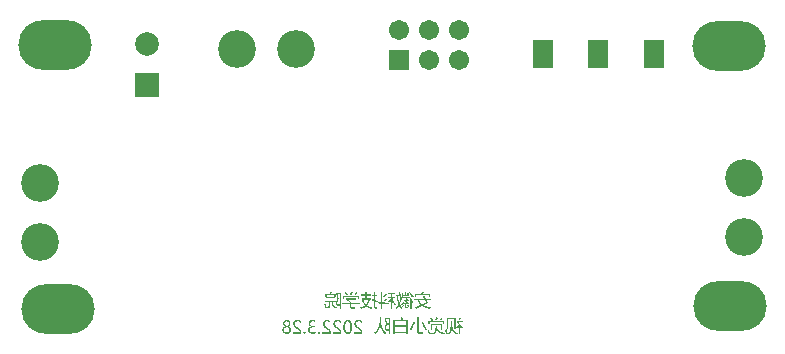
<source format=gbs>
G04*
G04 #@! TF.GenerationSoftware,Altium Limited,Altium Designer,22.1.2 (22)*
G04*
G04 Layer_Color=16711935*
%FSLAX25Y25*%
%MOIN*%
G70*
G04*
G04 #@! TF.SameCoordinates,03C845ED-AF23-4815-B137-924D907A0311*
G04*
G04*
G04 #@! TF.FilePolarity,Negative*
G04*
G01*
G75*
G04:AMPARAMS|DCode=52|XSize=244.22mil|YSize=165.48mil|CornerRadius=82.74mil|HoleSize=0mil|Usage=FLASHONLY|Rotation=180.000|XOffset=0mil|YOffset=0mil|HoleType=Round|Shape=RoundedRectangle|*
%AMROUNDEDRECTD52*
21,1,0.24422,0.00000,0,0,180.0*
21,1,0.07874,0.16548,0,0,180.0*
1,1,0.16548,-0.03937,0.00000*
1,1,0.16548,0.03937,0.00000*
1,1,0.16548,0.03937,0.00000*
1,1,0.16548,-0.03937,0.00000*
%
%ADD52ROUNDEDRECTD52*%
%ADD53C,0.12611*%
%ADD54R,0.07887X0.07887*%
%ADD55C,0.07887*%
%ADD56R,0.06706X0.09461*%
%ADD57R,0.06706X0.06706*%
%ADD58C,0.06706*%
G36*
X152730Y9566D02*
X152650Y9428D01*
X152577Y9289D01*
X152504Y9150D01*
X152431Y9027D01*
X152380Y8910D01*
X152351Y8866D01*
X152329Y8822D01*
X152315Y8786D01*
X152300Y8764D01*
X152293Y8750D01*
Y8742D01*
X151863Y8961D01*
X151950Y9129D01*
X152038Y9282D01*
X152110Y9413D01*
X152183Y9537D01*
X152242Y9632D01*
X152285Y9705D01*
X152300Y9734D01*
X152315Y9756D01*
X152322Y9763D01*
Y9770D01*
X152730Y9566D01*
D02*
G37*
G36*
X145017Y9624D02*
X144901Y9457D01*
X144799Y9296D01*
X144704Y9150D01*
X144616Y9012D01*
X144551Y8903D01*
X144529Y8859D01*
X144507Y8815D01*
X144485Y8786D01*
X144471Y8764D01*
X144463Y8750D01*
Y8742D01*
X144062Y8997D01*
X144157Y9150D01*
X144259Y9304D01*
X144354Y9442D01*
X144441Y9573D01*
X144521Y9690D01*
X144551Y9734D01*
X144580Y9770D01*
X144609Y9807D01*
X144624Y9828D01*
X144631Y9843D01*
X144638Y9850D01*
X145017Y9624D01*
D02*
G37*
G36*
X146643Y9500D02*
X146526Y9355D01*
X146417Y9216D01*
X146308Y9070D01*
X146213Y8939D01*
X146133Y8830D01*
X146096Y8779D01*
X146067Y8742D01*
X146038Y8706D01*
X146023Y8684D01*
X146009Y8669D01*
Y8662D01*
X145622Y8932D01*
X145732Y9078D01*
X145848Y9223D01*
X145958Y9355D01*
X146067Y9479D01*
X146154Y9588D01*
X146227Y9668D01*
X146257Y9697D01*
X146278Y9719D01*
X146286Y9734D01*
X146293Y9741D01*
X146643Y9500D01*
D02*
G37*
G36*
X142838Y9624D02*
X142954Y9457D01*
X143071Y9304D01*
X143173Y9172D01*
X143260Y9063D01*
X143297Y9019D01*
X143333Y8983D01*
X143355Y8954D01*
X143377Y8932D01*
X143384Y8917D01*
X143392Y8910D01*
X143056Y8640D01*
X147153D01*
Y7379D01*
X146694D01*
Y8217D01*
X142225D01*
Y7379D01*
X141773D01*
Y8640D01*
X143020D01*
X142874Y8808D01*
X142736Y8968D01*
X142612Y9121D01*
X142502Y9253D01*
X142415Y9369D01*
X142378Y9420D01*
X142349Y9457D01*
X142320Y9493D01*
X142305Y9515D01*
X142291Y9530D01*
Y9537D01*
X142714Y9799D01*
X142838Y9624D01*
D02*
G37*
G36*
X153299Y8145D02*
X151928D01*
X152030Y7970D01*
X152132Y7802D01*
X152358Y7488D01*
X152475Y7335D01*
X152592Y7197D01*
X152708Y7066D01*
X152818Y6942D01*
X152927Y6832D01*
X153022Y6730D01*
X153109Y6643D01*
X153189Y6570D01*
X153248Y6512D01*
X153299Y6468D01*
X153328Y6439D01*
X153335Y6431D01*
X153299Y6329D01*
X153270Y6235D01*
X153248Y6154D01*
X153226Y6074D01*
X153204Y6016D01*
X153189Y5965D01*
X153182Y5936D01*
Y5928D01*
X153051Y6052D01*
X152927Y6169D01*
X152818Y6278D01*
X152716Y6380D01*
X152635Y6468D01*
X152570Y6533D01*
X152533Y6577D01*
X152519Y6584D01*
Y4069D01*
X152081D01*
Y6738D01*
X151943Y6599D01*
X151812Y6460D01*
X151695Y6337D01*
X151593Y6227D01*
X151513Y6140D01*
X151447Y6067D01*
X151411Y6023D01*
X151396Y6016D01*
Y6009D01*
X151061Y6307D01*
X151192Y6439D01*
X151330Y6570D01*
X151454Y6694D01*
X151571Y6803D01*
X151673Y6898D01*
X151753Y6971D01*
X151782Y7000D01*
X151804Y7022D01*
X151819Y7029D01*
X151826Y7036D01*
X152081Y6810D01*
Y7131D01*
X151943Y7314D01*
X151819Y7488D01*
X151702Y7663D01*
X151600Y7817D01*
X151564Y7882D01*
X151520Y7948D01*
X151491Y7999D01*
X151462Y8050D01*
X151440Y8086D01*
X151425Y8115D01*
X151411Y8130D01*
Y8137D01*
Y8567D01*
X153299D01*
Y8145D01*
D02*
G37*
G36*
X150959Y5863D02*
X150507D01*
Y9041D01*
X148487D01*
Y5863D01*
X148035D01*
Y9449D01*
X150959D01*
Y5863D01*
D02*
G37*
G36*
X146351Y5382D02*
X145892D01*
Y7153D01*
X143049D01*
Y5382D01*
X142590D01*
Y7561D01*
X146351D01*
Y5382D01*
D02*
G37*
G36*
X137479Y8225D02*
X137355Y7991D01*
X137239Y7751D01*
X136998Y7262D01*
X136882Y7015D01*
X136772Y6781D01*
X136663Y6548D01*
X136561Y6329D01*
X136473Y6125D01*
X136386Y5936D01*
X136313Y5775D01*
X136247Y5630D01*
X136225Y5571D01*
X136204Y5513D01*
X136182Y5469D01*
X136160Y5425D01*
X136145Y5396D01*
X136138Y5374D01*
X136131Y5360D01*
Y5353D01*
X135599Y5600D01*
X135861Y6147D01*
X135992Y6417D01*
X136124Y6672D01*
X136247Y6920D01*
X136364Y7153D01*
X136481Y7372D01*
X136583Y7576D01*
X136685Y7765D01*
X136772Y7933D01*
X136853Y8079D01*
X136918Y8203D01*
X136969Y8305D01*
X137005Y8378D01*
X137020Y8400D01*
X137035Y8422D01*
X137042Y8429D01*
Y8436D01*
X137479Y8225D01*
D02*
G37*
G36*
X140191Y8123D02*
X140315Y7809D01*
X140432Y7518D01*
X140549Y7241D01*
X140658Y6985D01*
X140767Y6745D01*
X140869Y6526D01*
X140964Y6329D01*
X141051Y6147D01*
X141132Y5994D01*
X141205Y5855D01*
X141263Y5746D01*
X141314Y5659D01*
X141350Y5593D01*
X141372Y5557D01*
X141379Y5542D01*
X141278Y5491D01*
X141190Y5440D01*
X141110Y5396D01*
X141037Y5360D01*
X140986Y5323D01*
X140942Y5301D01*
X140913Y5287D01*
X140906Y5280D01*
X140636Y5812D01*
X140388Y6337D01*
X140271Y6592D01*
X140162Y6840D01*
X140060Y7080D01*
X139973Y7306D01*
X139892Y7510D01*
X139812Y7700D01*
X139754Y7860D01*
X139696Y8006D01*
X139674Y8064D01*
X139659Y8123D01*
X139637Y8166D01*
X139623Y8203D01*
X139615Y8232D01*
X139608Y8261D01*
X139601Y8269D01*
Y8276D01*
X140075Y8443D01*
X140191Y8123D01*
D02*
G37*
G36*
X138689Y5017D02*
X138697Y4952D01*
X138704Y4901D01*
X138726Y4849D01*
X138755Y4806D01*
X138821Y4740D01*
X138894Y4696D01*
X138974Y4674D01*
X139040Y4660D01*
X139069Y4653D01*
X139229D01*
X139367Y4660D01*
X139506Y4674D01*
X139645Y4682D01*
X139769Y4696D01*
X139820D01*
X139863Y4704D01*
X139907D01*
X139936Y4711D01*
X139958D01*
X139936Y4602D01*
X139922Y4499D01*
X139900Y4405D01*
X139885Y4325D01*
X139878Y4259D01*
X139871Y4201D01*
X139863Y4171D01*
Y4157D01*
X139666Y4150D01*
X139346D01*
X139222Y4142D01*
X138996D01*
X138850Y4150D01*
X138726Y4171D01*
X138617Y4215D01*
X138522Y4259D01*
X138442Y4317D01*
X138376Y4383D01*
X138318Y4448D01*
X138274Y4521D01*
X138238Y4587D01*
X138216Y4653D01*
X138194Y4718D01*
X138187Y4777D01*
X138179Y4828D01*
X138172Y4864D01*
Y4886D01*
Y4893D01*
Y9719D01*
X138689D01*
Y5017D01*
D02*
G37*
G36*
X133105Y9675D02*
X133164Y9515D01*
X133222Y9362D01*
X133280Y9223D01*
X133331Y9107D01*
X133353Y9056D01*
X133368Y9019D01*
X133382Y8983D01*
X133397Y8961D01*
X133404Y8946D01*
Y8939D01*
X134928D01*
Y4135D01*
X134454D01*
Y4543D01*
X130656D01*
Y4135D01*
X130175D01*
Y8939D01*
X132901D01*
X132836Y9078D01*
X132770Y9216D01*
X132704Y9347D01*
X132653Y9464D01*
X132602Y9566D01*
X132566Y9646D01*
X132551Y9675D01*
X132544Y9697D01*
X132537Y9705D01*
Y9712D01*
X133047Y9843D01*
X133105Y9675D01*
D02*
G37*
G36*
X126078Y9551D02*
Y9384D01*
Y9231D01*
Y9092D01*
Y8961D01*
Y8844D01*
Y8735D01*
Y8640D01*
X126085Y8553D01*
Y8480D01*
Y8414D01*
Y8363D01*
Y8327D01*
Y8298D01*
Y8283D01*
Y8276D01*
X126092Y8043D01*
X126114Y7817D01*
X126136Y7598D01*
X126173Y7386D01*
X126216Y7175D01*
X126267Y6978D01*
X126326Y6789D01*
X126391Y6606D01*
X126464Y6431D01*
X126537Y6264D01*
X126610Y6103D01*
X126690Y5950D01*
X126778Y5804D01*
X126858Y5666D01*
X126945Y5535D01*
X127033Y5411D01*
X127120Y5294D01*
X127200Y5185D01*
X127288Y5083D01*
X127368Y4988D01*
X127448Y4908D01*
X127529Y4828D01*
X127594Y4755D01*
X127667Y4689D01*
X127725Y4631D01*
X127784Y4587D01*
X127827Y4543D01*
X127871Y4507D01*
X127908Y4485D01*
X127929Y4463D01*
X127944Y4456D01*
X127951Y4448D01*
X127878Y4368D01*
X127806Y4303D01*
X127747Y4237D01*
X127703Y4179D01*
X127660Y4135D01*
X127631Y4099D01*
X127616Y4077D01*
X127609Y4069D01*
X127339Y4288D01*
X127098Y4521D01*
X126880Y4762D01*
X126690Y5010D01*
X126515Y5250D01*
X126369Y5498D01*
X126238Y5731D01*
X126129Y5957D01*
X126041Y6169D01*
X125961Y6366D01*
X125903Y6541D01*
X125852Y6694D01*
X125837Y6759D01*
X125815Y6818D01*
X125808Y6861D01*
X125794Y6905D01*
X125786Y6942D01*
Y6963D01*
X125779Y6978D01*
Y6985D01*
X125691Y6643D01*
X125582Y6322D01*
X125458Y6030D01*
X125327Y5753D01*
X125189Y5498D01*
X125043Y5272D01*
X124897Y5061D01*
X124751Y4879D01*
X124613Y4711D01*
X124481Y4572D01*
X124365Y4448D01*
X124263Y4354D01*
X124175Y4273D01*
X124109Y4222D01*
X124066Y4193D01*
X124051Y4179D01*
X123920Y4339D01*
X123854Y4412D01*
X123796Y4478D01*
X123745Y4536D01*
X123701Y4587D01*
X123672Y4616D01*
X123665Y4623D01*
X123811Y4718D01*
X123956Y4820D01*
X124088Y4930D01*
X124219Y5054D01*
X124452Y5309D01*
X124656Y5586D01*
X124838Y5885D01*
X124999Y6183D01*
X125137Y6490D01*
X125254Y6789D01*
X125349Y7073D01*
X125429Y7343D01*
X125466Y7474D01*
X125495Y7591D01*
X125516Y7707D01*
X125538Y7809D01*
X125560Y7904D01*
X125575Y7984D01*
X125589Y8064D01*
X125604Y8123D01*
X125611Y8174D01*
Y8210D01*
X125619Y8232D01*
Y8239D01*
X125611Y8495D01*
Y8750D01*
X125604Y8997D01*
Y9114D01*
Y9231D01*
Y9333D01*
X125597Y9428D01*
Y9515D01*
Y9588D01*
Y9646D01*
Y9690D01*
Y9719D01*
Y9726D01*
X126078D01*
Y9551D01*
D02*
G37*
G36*
X129169Y4055D02*
X128709D01*
Y9085D01*
X127762D01*
X127849Y8808D01*
X127944Y8531D01*
X128039Y8261D01*
X128083Y8137D01*
X128126Y8021D01*
X128163Y7911D01*
X128199Y7809D01*
X128236Y7722D01*
X128258Y7649D01*
X128287Y7583D01*
X128301Y7540D01*
X128309Y7510D01*
X128316Y7503D01*
X128236Y7401D01*
X128163Y7299D01*
X128097Y7197D01*
X128039Y7102D01*
X127944Y6927D01*
X127871Y6774D01*
X127842Y6701D01*
X127820Y6643D01*
X127798Y6592D01*
X127784Y6548D01*
X127776Y6512D01*
X127769Y6482D01*
X127762Y6468D01*
Y6460D01*
X127733Y6337D01*
X127718Y6227D01*
Y6132D01*
X127733Y6052D01*
X127747Y5979D01*
X127769Y5921D01*
X127798Y5870D01*
X127835Y5826D01*
X127871Y5797D01*
X127908Y5768D01*
X127973Y5731D01*
X128002Y5724D01*
X128024Y5717D01*
X128046D01*
X128141Y5710D01*
X128236D01*
X128330Y5717D01*
X128418Y5731D01*
X128491Y5739D01*
X128556Y5753D01*
X128593Y5761D01*
X128607D01*
X128549Y5571D01*
X128527Y5484D01*
X128505Y5411D01*
X128491Y5345D01*
X128483Y5301D01*
X128476Y5272D01*
Y5258D01*
X128338Y5250D01*
X128214Y5243D01*
X128104D01*
X128017Y5250D01*
X127944D01*
X127893Y5258D01*
X127857Y5265D01*
X127849D01*
X127718Y5301D01*
X127601Y5353D01*
X127507Y5425D01*
X127434Y5506D01*
X127375Y5593D01*
X127324Y5695D01*
X127295Y5797D01*
X127273Y5899D01*
X127259Y6001D01*
X127252Y6103D01*
Y6191D01*
Y6271D01*
X127259Y6344D01*
X127266Y6395D01*
X127273Y6424D01*
Y6439D01*
X127288Y6533D01*
X127317Y6635D01*
X127383Y6832D01*
X127478Y7022D01*
X127572Y7197D01*
X127616Y7277D01*
X127667Y7350D01*
X127703Y7416D01*
X127747Y7474D01*
X127776Y7518D01*
X127798Y7547D01*
X127813Y7569D01*
X127820Y7576D01*
X127718Y7817D01*
X127623Y8072D01*
X127529Y8327D01*
X127441Y8560D01*
X127405Y8669D01*
X127368Y8771D01*
X127339Y8859D01*
X127310Y8939D01*
X127288Y8997D01*
X127273Y9048D01*
X127259Y9078D01*
Y9085D01*
Y9493D01*
X129169D01*
Y4055D01*
D02*
G37*
G36*
X144711Y6701D02*
X144726Y6533D01*
X144762Y6373D01*
X144799Y6220D01*
X144842Y6081D01*
X144886Y5957D01*
X144937Y5841D01*
X144988Y5739D01*
X145046Y5644D01*
X145090Y5564D01*
X145141Y5498D01*
X145178Y5440D01*
X145214Y5396D01*
X145243Y5367D01*
X145258Y5345D01*
X145265Y5338D01*
X145382Y5236D01*
X145520Y5141D01*
X145673Y5054D01*
X145834Y4966D01*
X146001Y4893D01*
X146176Y4820D01*
X146519Y4704D01*
X146679Y4653D01*
X146833Y4609D01*
X146971Y4572D01*
X147095Y4536D01*
X147197Y4514D01*
X147270Y4499D01*
X147299Y4492D01*
X147321Y4485D01*
X147336D01*
X147284Y4397D01*
X147241Y4310D01*
X147197Y4230D01*
X147168Y4164D01*
X147139Y4106D01*
X147117Y4062D01*
X147109Y4033D01*
X147102Y4026D01*
X146833Y4091D01*
X146577Y4164D01*
X146344Y4237D01*
X146125Y4317D01*
X145929Y4397D01*
X145754Y4478D01*
X145593Y4551D01*
X145455Y4631D01*
X145331Y4704D01*
X145221Y4769D01*
X145134Y4828D01*
X145061Y4879D01*
X145010Y4922D01*
X144966Y4952D01*
X144944Y4973D01*
X144937Y4981D01*
X144813Y5112D01*
X144711Y5250D01*
X144624Y5396D01*
X144551Y5527D01*
X144492Y5651D01*
X144471Y5702D01*
X144449Y5746D01*
X144434Y5783D01*
X144427Y5812D01*
X144420Y5826D01*
Y4849D01*
X144412Y4733D01*
X144390Y4631D01*
X144354Y4543D01*
X144303Y4463D01*
X144252Y4405D01*
X144186Y4346D01*
X144121Y4303D01*
X144055Y4266D01*
X143989Y4244D01*
X143924Y4222D01*
X143858Y4208D01*
X143807Y4193D01*
X143756D01*
X143720Y4186D01*
X142495D01*
X142371Y4193D01*
X142254Y4208D01*
X142152Y4237D01*
X142065Y4273D01*
X141992Y4310D01*
X141926Y4361D01*
X141875Y4412D01*
X141824Y4463D01*
X141788Y4514D01*
X141759Y4558D01*
X141715Y4645D01*
X141708Y4682D01*
X141700Y4711D01*
X141693Y4725D01*
Y4733D01*
X141671Y4864D01*
X141649Y4995D01*
X141627Y5119D01*
X141613Y5236D01*
X141598Y5338D01*
X141591Y5418D01*
Y5447D01*
X141584Y5469D01*
Y5484D01*
Y5491D01*
X141678Y5520D01*
X141766Y5549D01*
X141846Y5579D01*
X141919Y5608D01*
X141977Y5630D01*
X142028Y5644D01*
X142058Y5651D01*
X142065Y5659D01*
X142072Y5513D01*
X142079Y5367D01*
X142094Y5243D01*
X142109Y5134D01*
X142116Y5039D01*
X142130Y4966D01*
X142138Y4922D01*
Y4915D01*
Y4908D01*
X142152Y4849D01*
X142167Y4806D01*
X142225Y4725D01*
X142298Y4674D01*
X142371Y4631D01*
X142451Y4609D01*
X142509Y4602D01*
X142561Y4594D01*
X143603D01*
X143669Y4602D01*
X143720Y4609D01*
X143771Y4623D01*
X143814Y4645D01*
X143880Y4704D01*
X143924Y4769D01*
X143946Y4828D01*
X143960Y4886D01*
X143967Y4922D01*
Y4937D01*
Y6001D01*
X144369D01*
X144332Y6154D01*
X144303Y6307D01*
X144281Y6453D01*
X144259Y6592D01*
X144252Y6708D01*
X144245Y6759D01*
Y6803D01*
X144237Y6832D01*
Y6861D01*
Y6876D01*
Y6883D01*
X144696D01*
X144711Y6701D01*
D02*
G37*
G36*
X149756Y8429D02*
Y8261D01*
Y8108D01*
X149763Y7955D01*
Y7817D01*
X149770Y7685D01*
Y7561D01*
Y7452D01*
X149778Y7350D01*
Y7262D01*
X149785Y7190D01*
Y7124D01*
X149792Y7073D01*
Y7036D01*
Y7015D01*
Y7007D01*
X149807Y6832D01*
X149836Y6657D01*
X149865Y6497D01*
X149909Y6337D01*
X149960Y6191D01*
X150011Y6045D01*
X150142Y5783D01*
X150295Y5542D01*
X150456Y5323D01*
X150623Y5134D01*
X150798Y4966D01*
X150973Y4828D01*
X151141Y4704D01*
X151301Y4602D01*
X151440Y4521D01*
X151556Y4456D01*
X151607Y4434D01*
X151644Y4419D01*
X151680Y4405D01*
X151702Y4390D01*
X151717Y4383D01*
X151724D01*
X151600Y4237D01*
X151549Y4171D01*
X151505Y4113D01*
X151469Y4062D01*
X151440Y4026D01*
X151425Y4004D01*
X151418Y3997D01*
X151141Y4128D01*
X150886Y4281D01*
X150660Y4441D01*
X150456Y4609D01*
X150273Y4791D01*
X150113Y4966D01*
X149975Y5141D01*
X149858Y5316D01*
X149756Y5484D01*
X149668Y5637D01*
X149603Y5775D01*
X149552Y5899D01*
X149508Y6001D01*
X149486Y6074D01*
X149471Y6103D01*
Y6125D01*
X149464Y6132D01*
Y4893D01*
X149457Y4777D01*
X149435Y4667D01*
X149399Y4580D01*
X149355Y4499D01*
X149304Y4434D01*
X149246Y4383D01*
X149180Y4339D01*
X149114Y4303D01*
X149056Y4273D01*
X148990Y4252D01*
X148932Y4237D01*
X148881Y4222D01*
X148837D01*
X148801Y4215D01*
X148269D01*
X148159Y4222D01*
X148057Y4237D01*
X147970Y4266D01*
X147897Y4295D01*
X147824Y4339D01*
X147766Y4383D01*
X147722Y4434D01*
X147678Y4485D01*
X147649Y4529D01*
X147620Y4580D01*
X147583Y4667D01*
X147576Y4696D01*
X147569Y4725D01*
X147562Y4740D01*
Y4747D01*
X147547Y4871D01*
X147532Y5003D01*
X147518Y5134D01*
X147503Y5265D01*
X147489Y5382D01*
Y5433D01*
X147481Y5469D01*
Y5506D01*
X147474Y5535D01*
Y5549D01*
Y5557D01*
X147642Y5615D01*
X147715Y5644D01*
X147780Y5673D01*
X147831Y5695D01*
X147875Y5717D01*
X147904Y5724D01*
X147911Y5731D01*
X147926Y5549D01*
X147933Y5389D01*
X147948Y5250D01*
X147955Y5134D01*
X147962Y5039D01*
X147970Y4966D01*
X147977Y4922D01*
Y4915D01*
Y4908D01*
X148013Y4813D01*
X148064Y4740D01*
X148130Y4689D01*
X148196Y4653D01*
X148269Y4631D01*
X148320Y4623D01*
X148363Y4616D01*
X148691D01*
X148750Y4623D01*
X148793Y4631D01*
X148874Y4667D01*
X148932Y4725D01*
X148968Y4784D01*
X148998Y4842D01*
X149005Y4901D01*
X149012Y4937D01*
Y4952D01*
Y6548D01*
X149384D01*
X149369Y6643D01*
X149355Y6759D01*
X149347Y6891D01*
X149340Y7044D01*
X149333Y7211D01*
X149326Y7379D01*
X149311Y7729D01*
Y7904D01*
Y8064D01*
X149304Y8210D01*
Y8341D01*
Y8451D01*
Y8495D01*
Y8531D01*
Y8560D01*
Y8582D01*
Y8597D01*
Y8604D01*
X149756D01*
Y8429D01*
D02*
G37*
G36*
X103376Y8836D02*
X103573Y8807D01*
X103748Y8770D01*
X103901Y8719D01*
X103967Y8697D01*
X104025Y8668D01*
X104076Y8646D01*
X104113Y8632D01*
X104149Y8610D01*
X104171Y8602D01*
X104185Y8588D01*
X104193D01*
Y8056D01*
X104113Y8114D01*
X104032Y8158D01*
X103879Y8238D01*
X103726Y8296D01*
X103595Y8333D01*
X103478Y8355D01*
X103427Y8362D01*
X103384D01*
X103347Y8369D01*
X103303D01*
X103157Y8362D01*
X103026Y8340D01*
X102917Y8304D01*
X102822Y8253D01*
X102742Y8202D01*
X102676Y8136D01*
X102618Y8070D01*
X102574Y8005D01*
X102545Y7932D01*
X102516Y7866D01*
X102494Y7801D01*
X102487Y7750D01*
X102480Y7699D01*
X102472Y7662D01*
Y7640D01*
Y7633D01*
X102487Y7487D01*
X102516Y7363D01*
X102574Y7261D01*
X102640Y7166D01*
X102727Y7086D01*
X102815Y7021D01*
X102917Y6970D01*
X103012Y6926D01*
X103114Y6889D01*
X103216Y6867D01*
X103303Y6846D01*
X103391Y6838D01*
X103456Y6831D01*
X103515Y6824D01*
X103916D01*
Y6357D01*
X103544D01*
X103325Y6350D01*
X103136Y6321D01*
X102975Y6277D01*
X102830Y6226D01*
X102713Y6160D01*
X102611Y6087D01*
X102531Y6007D01*
X102465Y5927D01*
X102414Y5847D01*
X102377Y5767D01*
X102348Y5694D01*
X102334Y5628D01*
X102319Y5577D01*
X102312Y5533D01*
Y5504D01*
Y5497D01*
X102327Y5359D01*
X102356Y5242D01*
X102399Y5140D01*
X102450Y5052D01*
X102501Y4979D01*
X102545Y4928D01*
X102574Y4899D01*
X102589Y4885D01*
X102698Y4812D01*
X102815Y4753D01*
X102939Y4717D01*
X103056Y4688D01*
X103165Y4673D01*
X103245Y4666D01*
X103281Y4659D01*
X103325D01*
X103435Y4666D01*
X103537Y4673D01*
X103733Y4717D01*
X103908Y4775D01*
X104061Y4841D01*
X104134Y4870D01*
X104193Y4907D01*
X104244Y4936D01*
X104288Y4958D01*
X104324Y4987D01*
X104346Y5001D01*
X104360Y5009D01*
X104368Y5016D01*
Y4425D01*
X104207Y4345D01*
X104040Y4294D01*
X103872Y4250D01*
X103704Y4221D01*
X103559Y4207D01*
X103500Y4199D01*
X103442D01*
X103398Y4192D01*
X103340D01*
X103209Y4199D01*
X103077Y4207D01*
X102961Y4228D01*
X102851Y4250D01*
X102749Y4280D01*
X102647Y4309D01*
X102560Y4338D01*
X102480Y4374D01*
X102414Y4411D01*
X102348Y4440D01*
X102297Y4469D01*
X102254Y4498D01*
X102217Y4520D01*
X102195Y4542D01*
X102181Y4549D01*
X102173Y4557D01*
X102093Y4629D01*
X102028Y4702D01*
X101969Y4783D01*
X101918Y4870D01*
X101874Y4950D01*
X101845Y5030D01*
X101787Y5191D01*
X101758Y5329D01*
X101751Y5388D01*
X101743Y5439D01*
X101736Y5482D01*
Y5512D01*
Y5533D01*
Y5541D01*
X101751Y5701D01*
X101780Y5840D01*
X101823Y5964D01*
X101874Y6073D01*
X101933Y6153D01*
X101977Y6219D01*
X102006Y6255D01*
X102020Y6270D01*
X102130Y6372D01*
X102254Y6445D01*
X102385Y6503D01*
X102509Y6554D01*
X102618Y6583D01*
X102662Y6590D01*
X102706Y6598D01*
X102742Y6605D01*
X102764Y6612D01*
X102786D01*
Y6627D01*
X102625Y6685D01*
X102487Y6751D01*
X102370Y6824D01*
X102268Y6911D01*
X102181Y7006D01*
X102108Y7101D01*
X102050Y7196D01*
X101998Y7290D01*
X101962Y7385D01*
X101933Y7473D01*
X101918Y7553D01*
X101904Y7626D01*
X101896Y7684D01*
X101889Y7728D01*
Y7757D01*
Y7764D01*
X101896Y7852D01*
X101904Y7939D01*
X101940Y8092D01*
X101998Y8223D01*
X102064Y8333D01*
X102130Y8428D01*
X102181Y8493D01*
X102224Y8530D01*
X102232Y8544D01*
X102239D01*
X102377Y8646D01*
X102531Y8719D01*
X102684Y8777D01*
X102830Y8814D01*
X102961Y8836D01*
X103019Y8843D01*
X103070D01*
X103106Y8850D01*
X103165D01*
X103376Y8836D01*
D02*
G37*
G36*
X118663Y8843D02*
X118787Y8828D01*
X118904Y8814D01*
X118999Y8792D01*
X119079Y8763D01*
X119137Y8748D01*
X119174Y8734D01*
X119188Y8726D01*
X119290Y8675D01*
X119385Y8617D01*
X119465Y8559D01*
X119545Y8501D01*
X119604Y8449D01*
X119655Y8406D01*
X119684Y8377D01*
X119691Y8369D01*
Y7823D01*
X119597Y7917D01*
X119502Y7998D01*
X119414Y8063D01*
X119334Y8121D01*
X119261Y8165D01*
X119210Y8202D01*
X119174Y8216D01*
X119159Y8223D01*
X119050Y8275D01*
X118948Y8311D01*
X118853Y8333D01*
X118765Y8355D01*
X118693Y8362D01*
X118641Y8369D01*
X118590D01*
X118452Y8362D01*
X118328Y8340D01*
X118219Y8304D01*
X118131Y8267D01*
X118066Y8223D01*
X118015Y8194D01*
X117978Y8165D01*
X117971Y8158D01*
X117891Y8078D01*
X117832Y7983D01*
X117796Y7888D01*
X117767Y7801D01*
X117752Y7713D01*
X117737Y7648D01*
Y7604D01*
Y7597D01*
Y7589D01*
X117745Y7458D01*
X117767Y7341D01*
X117803Y7232D01*
X117832Y7137D01*
X117869Y7057D01*
X117905Y6999D01*
X117927Y6962D01*
X117934Y6948D01*
X117971Y6897D01*
X118022Y6838D01*
X118124Y6729D01*
X118248Y6620D01*
X118365Y6518D01*
X118474Y6430D01*
X118525Y6394D01*
X118569Y6364D01*
X118605Y6335D01*
X118634Y6313D01*
X118649Y6306D01*
X118656Y6299D01*
X118838Y6168D01*
X118991Y6051D01*
X119123Y5942D01*
X119232Y5847D01*
X119312Y5774D01*
X119378Y5716D01*
X119407Y5686D01*
X119422Y5672D01*
X119509Y5577D01*
X119575Y5482D01*
X119640Y5395D01*
X119684Y5315D01*
X119720Y5249D01*
X119750Y5191D01*
X119764Y5162D01*
X119771Y5147D01*
X119808Y5038D01*
X119830Y4928D01*
X119852Y4819D01*
X119859Y4717D01*
X119866Y4622D01*
X119873Y4549D01*
Y4520D01*
Y4498D01*
Y4491D01*
Y4484D01*
Y4265D01*
X117038D01*
Y4768D01*
X119276D01*
Y4848D01*
X119261Y4921D01*
X119254Y4979D01*
X119239Y5038D01*
X119225Y5082D01*
X119217Y5111D01*
X119203Y5133D01*
Y5140D01*
X119174Y5198D01*
X119130Y5256D01*
X119086Y5315D01*
X119042Y5366D01*
X119006Y5410D01*
X118970Y5439D01*
X118948Y5460D01*
X118940Y5468D01*
X118897Y5504D01*
X118853Y5541D01*
X118736Y5628D01*
X118612Y5723D01*
X118488Y5810D01*
X118372Y5898D01*
X118321Y5934D01*
X118270Y5964D01*
X118233Y5993D01*
X118204Y6015D01*
X118190Y6022D01*
X118182Y6029D01*
X118080Y6102D01*
X117993Y6168D01*
X117905Y6241D01*
X117825Y6306D01*
X117694Y6430D01*
X117584Y6547D01*
X117504Y6634D01*
X117446Y6707D01*
X117424Y6736D01*
X117410Y6758D01*
X117402Y6765D01*
Y6773D01*
X117322Y6911D01*
X117264Y7064D01*
X117227Y7203D01*
X117198Y7341D01*
X117183Y7458D01*
X117176Y7509D01*
X117169Y7553D01*
Y7582D01*
Y7611D01*
Y7626D01*
Y7633D01*
X117176Y7735D01*
X117183Y7830D01*
X117227Y8012D01*
X117286Y8158D01*
X117358Y8289D01*
X117431Y8391D01*
X117490Y8464D01*
X117511Y8486D01*
X117533Y8508D01*
X117541Y8522D01*
X117548D01*
X117621Y8581D01*
X117694Y8632D01*
X117854Y8712D01*
X118022Y8770D01*
X118175Y8807D01*
X118313Y8836D01*
X118372Y8843D01*
X118423D01*
X118466Y8850D01*
X118525D01*
X118663Y8843D01*
D02*
G37*
G36*
X111665D02*
X111789Y8828D01*
X111906Y8814D01*
X112000Y8792D01*
X112081Y8763D01*
X112139Y8748D01*
X112175Y8734D01*
X112190Y8726D01*
X112292Y8675D01*
X112387Y8617D01*
X112467Y8559D01*
X112547Y8501D01*
X112605Y8449D01*
X112656Y8406D01*
X112686Y8377D01*
X112693Y8369D01*
Y7823D01*
X112598Y7917D01*
X112503Y7998D01*
X112416Y8063D01*
X112336Y8121D01*
X112263Y8165D01*
X112212Y8202D01*
X112175Y8216D01*
X112161Y8223D01*
X112051Y8275D01*
X111949Y8311D01*
X111855Y8333D01*
X111767Y8355D01*
X111694Y8362D01*
X111643Y8369D01*
X111592D01*
X111453Y8362D01*
X111330Y8340D01*
X111220Y8304D01*
X111133Y8267D01*
X111067Y8223D01*
X111016Y8194D01*
X110980Y8165D01*
X110972Y8158D01*
X110892Y8078D01*
X110834Y7983D01*
X110798Y7888D01*
X110768Y7801D01*
X110754Y7713D01*
X110739Y7648D01*
Y7604D01*
Y7597D01*
Y7589D01*
X110746Y7458D01*
X110768Y7341D01*
X110805Y7232D01*
X110834Y7137D01*
X110870Y7057D01*
X110907Y6999D01*
X110929Y6962D01*
X110936Y6948D01*
X110972Y6897D01*
X111023Y6838D01*
X111126Y6729D01*
X111249Y6620D01*
X111366Y6518D01*
X111475Y6430D01*
X111526Y6394D01*
X111570Y6364D01*
X111607Y6335D01*
X111636Y6313D01*
X111650Y6306D01*
X111658Y6299D01*
X111840Y6168D01*
X111993Y6051D01*
X112124Y5942D01*
X112234Y5847D01*
X112314Y5774D01*
X112379Y5716D01*
X112408Y5686D01*
X112423Y5672D01*
X112511Y5577D01*
X112576Y5482D01*
X112642Y5395D01*
X112686Y5315D01*
X112722Y5249D01*
X112751Y5191D01*
X112766Y5162D01*
X112773Y5147D01*
X112810Y5038D01*
X112831Y4928D01*
X112853Y4819D01*
X112861Y4717D01*
X112868Y4622D01*
X112875Y4549D01*
Y4520D01*
Y4498D01*
Y4491D01*
Y4484D01*
Y4265D01*
X110039D01*
Y4768D01*
X112277D01*
Y4848D01*
X112263Y4921D01*
X112255Y4979D01*
X112241Y5038D01*
X112226Y5082D01*
X112219Y5111D01*
X112204Y5133D01*
Y5140D01*
X112175Y5198D01*
X112132Y5256D01*
X112088Y5315D01*
X112044Y5366D01*
X112008Y5410D01*
X111971Y5439D01*
X111949Y5460D01*
X111942Y5468D01*
X111898Y5504D01*
X111855Y5541D01*
X111738Y5628D01*
X111614Y5723D01*
X111490Y5810D01*
X111373Y5898D01*
X111322Y5934D01*
X111271Y5964D01*
X111235Y5993D01*
X111206Y6015D01*
X111191Y6022D01*
X111184Y6029D01*
X111082Y6102D01*
X110994Y6168D01*
X110907Y6241D01*
X110827Y6306D01*
X110695Y6430D01*
X110586Y6547D01*
X110506Y6634D01*
X110448Y6707D01*
X110426Y6736D01*
X110411Y6758D01*
X110404Y6765D01*
Y6773D01*
X110324Y6911D01*
X110265Y7064D01*
X110229Y7203D01*
X110200Y7341D01*
X110185Y7458D01*
X110178Y7509D01*
X110170Y7553D01*
Y7582D01*
Y7611D01*
Y7626D01*
Y7633D01*
X110178Y7735D01*
X110185Y7830D01*
X110229Y8012D01*
X110287Y8158D01*
X110360Y8289D01*
X110433Y8391D01*
X110491Y8464D01*
X110513Y8486D01*
X110535Y8508D01*
X110542Y8522D01*
X110550D01*
X110623Y8581D01*
X110695Y8632D01*
X110856Y8712D01*
X111023Y8770D01*
X111177Y8807D01*
X111315Y8836D01*
X111373Y8843D01*
X111424D01*
X111468Y8850D01*
X111526D01*
X111665Y8843D01*
D02*
G37*
G36*
X108166D02*
X108290Y8828D01*
X108406Y8814D01*
X108501Y8792D01*
X108581Y8763D01*
X108640Y8748D01*
X108676Y8734D01*
X108691Y8726D01*
X108793Y8675D01*
X108888Y8617D01*
X108968Y8559D01*
X109048Y8501D01*
X109106Y8449D01*
X109157Y8406D01*
X109186Y8377D01*
X109194Y8369D01*
Y7823D01*
X109099Y7917D01*
X109004Y7998D01*
X108917Y8063D01*
X108836Y8121D01*
X108764Y8165D01*
X108712Y8202D01*
X108676Y8216D01*
X108661Y8223D01*
X108552Y8275D01*
X108450Y8311D01*
X108355Y8333D01*
X108268Y8355D01*
X108195Y8362D01*
X108144Y8369D01*
X108093D01*
X107954Y8362D01*
X107830Y8340D01*
X107721Y8304D01*
X107634Y8267D01*
X107568Y8223D01*
X107517Y8194D01*
X107481Y8165D01*
X107473Y8158D01*
X107393Y8078D01*
X107335Y7983D01*
X107298Y7888D01*
X107269Y7801D01*
X107255Y7713D01*
X107240Y7648D01*
Y7604D01*
Y7597D01*
Y7589D01*
X107247Y7458D01*
X107269Y7341D01*
X107306Y7232D01*
X107335Y7137D01*
X107371Y7057D01*
X107408Y6999D01*
X107430Y6962D01*
X107437Y6948D01*
X107473Y6897D01*
X107524Y6838D01*
X107626Y6729D01*
X107750Y6620D01*
X107867Y6518D01*
X107976Y6430D01*
X108027Y6394D01*
X108071Y6364D01*
X108107Y6335D01*
X108137Y6313D01*
X108151Y6306D01*
X108159Y6299D01*
X108341Y6168D01*
X108494Y6051D01*
X108625Y5942D01*
X108734Y5847D01*
X108815Y5774D01*
X108880Y5716D01*
X108909Y5686D01*
X108924Y5672D01*
X109011Y5577D01*
X109077Y5482D01*
X109143Y5395D01*
X109186Y5315D01*
X109223Y5249D01*
X109252Y5191D01*
X109267Y5162D01*
X109274Y5147D01*
X109310Y5038D01*
X109332Y4928D01*
X109354Y4819D01*
X109361Y4717D01*
X109369Y4622D01*
X109376Y4549D01*
Y4520D01*
Y4498D01*
Y4491D01*
Y4484D01*
Y4265D01*
X106540D01*
Y4768D01*
X108778D01*
Y4848D01*
X108764Y4921D01*
X108756Y4979D01*
X108742Y5038D01*
X108727Y5082D01*
X108720Y5111D01*
X108705Y5133D01*
Y5140D01*
X108676Y5198D01*
X108632Y5256D01*
X108589Y5315D01*
X108545Y5366D01*
X108508Y5410D01*
X108472Y5439D01*
X108450Y5460D01*
X108443Y5468D01*
X108399Y5504D01*
X108355Y5541D01*
X108239Y5628D01*
X108115Y5723D01*
X107991Y5810D01*
X107874Y5898D01*
X107823Y5934D01*
X107772Y5964D01*
X107736Y5993D01*
X107706Y6015D01*
X107692Y6022D01*
X107685Y6029D01*
X107583Y6102D01*
X107495Y6168D01*
X107408Y6241D01*
X107327Y6306D01*
X107196Y6430D01*
X107087Y6547D01*
X107007Y6634D01*
X106948Y6707D01*
X106927Y6736D01*
X106912Y6758D01*
X106905Y6765D01*
Y6773D01*
X106824Y6911D01*
X106766Y7064D01*
X106730Y7203D01*
X106701Y7341D01*
X106686Y7458D01*
X106679Y7509D01*
X106671Y7553D01*
Y7582D01*
Y7611D01*
Y7626D01*
Y7633D01*
X106679Y7735D01*
X106686Y7830D01*
X106730Y8012D01*
X106788Y8158D01*
X106861Y8289D01*
X106934Y8391D01*
X106992Y8464D01*
X107014Y8486D01*
X107036Y8508D01*
X107043Y8522D01*
X107050D01*
X107123Y8581D01*
X107196Y8632D01*
X107357Y8712D01*
X107524Y8770D01*
X107677Y8807D01*
X107816Y8836D01*
X107874Y8843D01*
X107925D01*
X107969Y8850D01*
X108027D01*
X108166Y8843D01*
D02*
G37*
G36*
X98295D02*
X98419Y8828D01*
X98536Y8814D01*
X98630Y8792D01*
X98711Y8763D01*
X98769Y8748D01*
X98805Y8734D01*
X98820Y8726D01*
X98922Y8675D01*
X99017Y8617D01*
X99097Y8559D01*
X99177Y8501D01*
X99235Y8449D01*
X99287Y8406D01*
X99316Y8377D01*
X99323Y8369D01*
Y7823D01*
X99228Y7917D01*
X99133Y7998D01*
X99046Y8063D01*
X98966Y8121D01*
X98893Y8165D01*
X98842Y8202D01*
X98805Y8216D01*
X98791Y8223D01*
X98681Y8275D01*
X98579Y8311D01*
X98485Y8333D01*
X98397Y8355D01*
X98324Y8362D01*
X98273Y8369D01*
X98222D01*
X98084Y8362D01*
X97960Y8340D01*
X97850Y8304D01*
X97763Y8267D01*
X97697Y8223D01*
X97646Y8194D01*
X97610Y8165D01*
X97602Y8158D01*
X97522Y8078D01*
X97464Y7983D01*
X97428Y7888D01*
X97398Y7801D01*
X97384Y7713D01*
X97369Y7648D01*
Y7604D01*
Y7597D01*
Y7589D01*
X97377Y7458D01*
X97398Y7341D01*
X97435Y7232D01*
X97464Y7137D01*
X97500Y7057D01*
X97537Y6999D01*
X97559Y6962D01*
X97566Y6948D01*
X97602Y6897D01*
X97654Y6838D01*
X97756Y6729D01*
X97880Y6620D01*
X97996Y6518D01*
X98106Y6430D01*
X98157Y6394D01*
X98200Y6364D01*
X98237Y6335D01*
X98266Y6313D01*
X98281Y6306D01*
X98288Y6299D01*
X98470Y6168D01*
X98623Y6051D01*
X98754Y5942D01*
X98864Y5847D01*
X98944Y5774D01*
X99010Y5716D01*
X99039Y5686D01*
X99053Y5672D01*
X99141Y5577D01*
X99206Y5482D01*
X99272Y5395D01*
X99316Y5315D01*
X99352Y5249D01*
X99381Y5191D01*
X99396Y5162D01*
X99403Y5147D01*
X99440Y5038D01*
X99462Y4928D01*
X99483Y4819D01*
X99491Y4717D01*
X99498Y4622D01*
X99505Y4549D01*
Y4520D01*
Y4498D01*
Y4491D01*
Y4484D01*
Y4265D01*
X96669D01*
Y4768D01*
X98908D01*
Y4848D01*
X98893Y4921D01*
X98886Y4979D01*
X98871Y5038D01*
X98856Y5082D01*
X98849Y5111D01*
X98835Y5133D01*
Y5140D01*
X98805Y5198D01*
X98762Y5256D01*
X98718Y5315D01*
X98674Y5366D01*
X98638Y5410D01*
X98601Y5439D01*
X98579Y5460D01*
X98572Y5468D01*
X98528Y5504D01*
X98485Y5541D01*
X98368Y5628D01*
X98244Y5723D01*
X98120Y5810D01*
X98004Y5898D01*
X97953Y5934D01*
X97901Y5964D01*
X97865Y5993D01*
X97836Y6015D01*
X97821Y6022D01*
X97814Y6029D01*
X97712Y6102D01*
X97624Y6168D01*
X97537Y6241D01*
X97457Y6306D01*
X97325Y6430D01*
X97216Y6547D01*
X97136Y6634D01*
X97078Y6707D01*
X97056Y6736D01*
X97041Y6758D01*
X97034Y6765D01*
Y6773D01*
X96954Y6911D01*
X96895Y7064D01*
X96859Y7203D01*
X96830Y7341D01*
X96815Y7458D01*
X96808Y7509D01*
X96801Y7553D01*
Y7582D01*
Y7611D01*
Y7626D01*
Y7633D01*
X96808Y7735D01*
X96815Y7830D01*
X96859Y8012D01*
X96917Y8158D01*
X96990Y8289D01*
X97063Y8391D01*
X97121Y8464D01*
X97143Y8486D01*
X97165Y8508D01*
X97172Y8522D01*
X97180D01*
X97253Y8581D01*
X97325Y8632D01*
X97486Y8712D01*
X97654Y8770D01*
X97807Y8807D01*
X97945Y8836D01*
X98004Y8843D01*
X98054D01*
X98098Y8850D01*
X98157D01*
X98295Y8843D01*
D02*
G37*
G36*
X105556Y4928D02*
X105607Y4921D01*
X105651Y4899D01*
X105694Y4885D01*
X105724Y4863D01*
X105745Y4841D01*
X105760Y4834D01*
X105767Y4826D01*
X105804Y4783D01*
X105833Y4739D01*
X105848Y4695D01*
X105862Y4651D01*
X105869Y4615D01*
X105877Y4593D01*
Y4571D01*
Y4564D01*
X105869Y4506D01*
X105862Y4462D01*
X105826Y4374D01*
X105804Y4345D01*
X105789Y4323D01*
X105782Y4309D01*
X105775Y4301D01*
X105731Y4265D01*
X105687Y4243D01*
X105600Y4214D01*
X105563Y4207D01*
X105534Y4199D01*
X105505D01*
X105447Y4207D01*
X105388Y4214D01*
X105344Y4228D01*
X105308Y4250D01*
X105279Y4272D01*
X105257Y4287D01*
X105243Y4294D01*
X105235Y4301D01*
X105199Y4345D01*
X105170Y4389D01*
X105155Y4433D01*
X105140Y4476D01*
X105133Y4513D01*
X105126Y4542D01*
Y4557D01*
Y4564D01*
X105133Y4622D01*
X105140Y4673D01*
X105177Y4753D01*
X105199Y4783D01*
X105221Y4804D01*
X105228Y4819D01*
X105235Y4826D01*
X105279Y4863D01*
X105315Y4892D01*
X105366Y4907D01*
X105403Y4921D01*
X105439Y4928D01*
X105468Y4936D01*
X105498D01*
X105556Y4928D01*
D02*
G37*
G36*
X100621D02*
X100672Y4921D01*
X100715Y4899D01*
X100759Y4885D01*
X100788Y4863D01*
X100810Y4841D01*
X100825Y4834D01*
X100832Y4826D01*
X100868Y4783D01*
X100898Y4739D01*
X100912Y4695D01*
X100927Y4651D01*
X100934Y4615D01*
X100941Y4593D01*
Y4571D01*
Y4564D01*
X100934Y4506D01*
X100927Y4462D01*
X100890Y4374D01*
X100868Y4345D01*
X100854Y4323D01*
X100847Y4309D01*
X100839Y4301D01*
X100796Y4265D01*
X100752Y4243D01*
X100664Y4214D01*
X100628Y4207D01*
X100599Y4199D01*
X100570D01*
X100511Y4207D01*
X100453Y4214D01*
X100409Y4228D01*
X100373Y4250D01*
X100344Y4272D01*
X100322Y4287D01*
X100307Y4294D01*
X100300Y4301D01*
X100263Y4345D01*
X100234Y4389D01*
X100220Y4433D01*
X100205Y4476D01*
X100198Y4513D01*
X100190Y4542D01*
Y4557D01*
Y4564D01*
X100198Y4622D01*
X100205Y4673D01*
X100241Y4753D01*
X100263Y4783D01*
X100285Y4804D01*
X100293Y4819D01*
X100300Y4826D01*
X100344Y4863D01*
X100380Y4892D01*
X100431Y4907D01*
X100468Y4921D01*
X100504Y4928D01*
X100533Y4936D01*
X100562D01*
X100621Y4928D01*
D02*
G37*
G36*
X94738Y8843D02*
X94854Y8828D01*
X94964Y8799D01*
X95058Y8777D01*
X95139Y8748D01*
X95197Y8719D01*
X95233Y8705D01*
X95248Y8697D01*
X95350Y8639D01*
X95445Y8566D01*
X95518Y8493D01*
X95583Y8428D01*
X95641Y8369D01*
X95678Y8318D01*
X95700Y8289D01*
X95707Y8275D01*
X95766Y8172D01*
X95802Y8070D01*
X95831Y7976D01*
X95853Y7888D01*
X95868Y7808D01*
X95875Y7742D01*
Y7706D01*
Y7699D01*
Y7691D01*
X95868Y7582D01*
X95846Y7480D01*
X95816Y7385D01*
X95787Y7298D01*
X95758Y7232D01*
X95729Y7174D01*
X95707Y7145D01*
X95700Y7130D01*
X95627Y7035D01*
X95554Y6955D01*
X95474Y6882D01*
X95401Y6824D01*
X95335Y6773D01*
X95284Y6736D01*
X95248Y6714D01*
X95233Y6707D01*
X95364Y6649D01*
X95481Y6576D01*
X95583Y6496D01*
X95671Y6423D01*
X95736Y6350D01*
X95787Y6292D01*
X95816Y6255D01*
X95831Y6248D01*
Y6241D01*
X95911Y6117D01*
X95962Y5993D01*
X96006Y5869D01*
X96035Y5759D01*
X96050Y5657D01*
X96057Y5584D01*
X96064Y5555D01*
Y5533D01*
Y5526D01*
Y5519D01*
X96057Y5380D01*
X96035Y5249D01*
X96006Y5133D01*
X95970Y5038D01*
X95940Y4950D01*
X95911Y4885D01*
X95889Y4848D01*
X95882Y4834D01*
X95802Y4724D01*
X95722Y4629D01*
X95634Y4549D01*
X95547Y4484D01*
X95474Y4433D01*
X95416Y4389D01*
X95372Y4367D01*
X95357Y4360D01*
X95226Y4309D01*
X95095Y4265D01*
X94971Y4236D01*
X94854Y4221D01*
X94752Y4207D01*
X94679Y4199D01*
X94606D01*
X94453Y4207D01*
X94308Y4221D01*
X94183Y4250D01*
X94067Y4280D01*
X93979Y4309D01*
X93906Y4338D01*
X93863Y4352D01*
X93848Y4360D01*
X93724Y4425D01*
X93622Y4506D01*
X93535Y4578D01*
X93454Y4659D01*
X93396Y4724D01*
X93360Y4775D01*
X93331Y4812D01*
X93323Y4826D01*
X93265Y4943D01*
X93221Y5067D01*
X93185Y5184D01*
X93163Y5286D01*
X93148Y5380D01*
X93141Y5453D01*
Y5482D01*
Y5504D01*
Y5512D01*
Y5519D01*
X93148Y5657D01*
X93177Y5796D01*
X93214Y5912D01*
X93258Y6022D01*
X93301Y6109D01*
X93338Y6175D01*
X93367Y6219D01*
X93374Y6233D01*
X93462Y6350D01*
X93564Y6445D01*
X93659Y6525D01*
X93753Y6590D01*
X93841Y6641D01*
X93906Y6678D01*
X93950Y6700D01*
X93958Y6707D01*
X93965D01*
X93863Y6773D01*
X93768Y6846D01*
X93688Y6919D01*
X93622Y6984D01*
X93571Y7042D01*
X93535Y7094D01*
X93513Y7123D01*
X93506Y7137D01*
X93447Y7239D01*
X93411Y7334D01*
X93382Y7429D01*
X93360Y7516D01*
X93345Y7582D01*
X93338Y7640D01*
Y7677D01*
Y7691D01*
X93345Y7808D01*
X93360Y7925D01*
X93389Y8019D01*
X93418Y8107D01*
X93447Y8180D01*
X93476Y8238D01*
X93491Y8267D01*
X93498Y8282D01*
X93564Y8377D01*
X93637Y8457D01*
X93717Y8530D01*
X93790Y8588D01*
X93856Y8632D01*
X93906Y8668D01*
X93943Y8690D01*
X93958Y8697D01*
X94067Y8748D01*
X94183Y8785D01*
X94293Y8814D01*
X94388Y8828D01*
X94475Y8843D01*
X94548Y8850D01*
X94606D01*
X94738Y8843D01*
D02*
G37*
G36*
X115048D02*
X115179Y8821D01*
X115295Y8792D01*
X115412Y8756D01*
X115514Y8705D01*
X115609Y8654D01*
X115689Y8595D01*
X115769Y8544D01*
X115835Y8486D01*
X115893Y8428D01*
X115944Y8377D01*
X115988Y8326D01*
X116017Y8289D01*
X116039Y8260D01*
X116053Y8238D01*
X116061Y8231D01*
X116126Y8107D01*
X116192Y7976D01*
X116243Y7837D01*
X116287Y7691D01*
X116360Y7392D01*
X116403Y7101D01*
X116418Y6962D01*
X116433Y6838D01*
X116440Y6722D01*
X116447Y6627D01*
X116455Y6547D01*
Y6481D01*
Y6445D01*
Y6430D01*
X116447Y6233D01*
X116440Y6044D01*
X116418Y5869D01*
X116396Y5708D01*
X116367Y5555D01*
X116338Y5417D01*
X116301Y5293D01*
X116265Y5184D01*
X116236Y5082D01*
X116199Y5001D01*
X116170Y4928D01*
X116141Y4870D01*
X116119Y4819D01*
X116097Y4790D01*
X116090Y4768D01*
X116083Y4761D01*
X116010Y4659D01*
X115930Y4571D01*
X115842Y4498D01*
X115755Y4433D01*
X115667Y4374D01*
X115580Y4331D01*
X115492Y4294D01*
X115405Y4265D01*
X115324Y4243D01*
X115252Y4221D01*
X115186Y4207D01*
X115128Y4199D01*
X115077D01*
X115040Y4192D01*
X115011D01*
X114880Y4199D01*
X114756Y4221D01*
X114639Y4250D01*
X114530Y4287D01*
X114428Y4331D01*
X114340Y4382D01*
X114253Y4433D01*
X114180Y4491D01*
X114114Y4549D01*
X114056Y4600D01*
X114005Y4651D01*
X113961Y4695D01*
X113932Y4732D01*
X113910Y4768D01*
X113896Y4783D01*
X113888Y4790D01*
X113815Y4907D01*
X113750Y5038D01*
X113699Y5176D01*
X113655Y5315D01*
X113582Y5606D01*
X113531Y5891D01*
X113517Y6022D01*
X113502Y6138D01*
X113495Y6248D01*
X113488Y6343D01*
X113480Y6423D01*
Y6481D01*
Y6518D01*
Y6532D01*
X113488Y6744D01*
X113495Y6940D01*
X113517Y7123D01*
X113539Y7298D01*
X113575Y7458D01*
X113611Y7604D01*
X113655Y7742D01*
X113706Y7874D01*
X113757Y7990D01*
X113808Y8100D01*
X113874Y8194D01*
X113932Y8282D01*
X113998Y8362D01*
X114063Y8435D01*
X114129Y8501D01*
X114195Y8559D01*
X114326Y8654D01*
X114457Y8726D01*
X114581Y8777D01*
X114683Y8814D01*
X114778Y8836D01*
X114851Y8843D01*
X114873Y8850D01*
X114909D01*
X115048Y8843D01*
D02*
G37*
G36*
X129006Y17949D02*
X129414Y17891D01*
X129604Y17869D01*
X129793Y17847D01*
X129968Y17826D01*
X130129Y17811D01*
X130282Y17796D01*
X130420Y17782D01*
X130537Y17774D01*
X130639Y17760D01*
X130726Y17753D01*
X130785D01*
X130821Y17745D01*
X130836D01*
X130785Y17592D01*
X130763Y17519D01*
X130748Y17454D01*
X130734Y17395D01*
X130726Y17352D01*
X130719Y17323D01*
Y17315D01*
X130566Y17330D01*
X130420Y17344D01*
X130274Y17359D01*
X130143Y17366D01*
X130034Y17381D01*
X129990D01*
X129946Y17388D01*
X129917D01*
X129895Y17395D01*
X129873D01*
Y16543D01*
X130828D01*
Y16127D01*
X129910D01*
X129975Y15923D01*
X130048Y15726D01*
X130129Y15536D01*
X130209Y15354D01*
X130289Y15179D01*
X130376Y15019D01*
X130457Y14866D01*
X130537Y14727D01*
X130610Y14596D01*
X130683Y14487D01*
X130741Y14385D01*
X130799Y14297D01*
X130843Y14232D01*
X130879Y14188D01*
X130901Y14151D01*
X130909Y14144D01*
X130821Y13962D01*
X130785Y13874D01*
X130755Y13801D01*
X130726Y13736D01*
X130704Y13692D01*
X130697Y13663D01*
X130690Y13648D01*
X130515Y13896D01*
X130362Y14151D01*
X130223Y14406D01*
X130158Y14530D01*
X130107Y14647D01*
X130056Y14756D01*
X130005Y14859D01*
X129968Y14946D01*
X129932Y15019D01*
X129910Y15085D01*
X129888Y15135D01*
X129881Y15165D01*
X129873Y15172D01*
Y12548D01*
X129436D01*
Y15398D01*
X129312Y15274D01*
X129181Y15150D01*
X129064Y15026D01*
X128955Y14917D01*
X128867Y14815D01*
X128794Y14742D01*
X128765Y14713D01*
X128743Y14691D01*
X128736Y14676D01*
X128729Y14669D01*
X128401Y14997D01*
X128539Y15128D01*
X128671Y15252D01*
X128802Y15376D01*
X128926Y15485D01*
X129028Y15573D01*
X129108Y15646D01*
X129137Y15668D01*
X129159Y15689D01*
X129174Y15697D01*
X129181Y15704D01*
X129436Y15471D01*
Y16127D01*
X128510D01*
Y16543D01*
X129436D01*
Y17454D01*
X129254Y17476D01*
X129079Y17490D01*
X128911Y17512D01*
X128758Y17534D01*
X128627Y17549D01*
X128576Y17556D01*
X128525Y17563D01*
X128488D01*
X128459Y17570D01*
X128437D01*
X128590Y18008D01*
X129006Y17949D01*
D02*
G37*
G36*
X116686Y18095D02*
X116554Y17906D01*
X116438Y17731D01*
X116336Y17570D01*
X116241Y17425D01*
X116168Y17301D01*
X116139Y17257D01*
X116110Y17213D01*
X116095Y17177D01*
X116081Y17155D01*
X116066Y17140D01*
Y17133D01*
X115651Y17366D01*
X115767Y17549D01*
X115884Y17723D01*
X115993Y17884D01*
X116095Y18030D01*
X116183Y18146D01*
X116219Y18197D01*
X116248Y18241D01*
X116270Y18278D01*
X116292Y18299D01*
X116299Y18314D01*
X116307Y18321D01*
X116686Y18095D01*
D02*
G37*
G36*
X134371Y17111D02*
X134874D01*
Y17906D01*
X135246D01*
Y16776D01*
X133496D01*
Y16601D01*
X133125D01*
Y17906D01*
X133496D01*
Y17111D01*
X134000D01*
Y18248D01*
X134371D01*
Y17111D01*
D02*
G37*
G36*
X118260Y17920D02*
X118144Y17774D01*
X118020Y17629D01*
X117911Y17483D01*
X117816Y17344D01*
X117736Y17228D01*
X117699Y17177D01*
X117670Y17133D01*
X117641Y17104D01*
X117626Y17075D01*
X117612Y17060D01*
Y17053D01*
X117218Y17330D01*
X117349Y17497D01*
X117473Y17651D01*
X117590Y17796D01*
X117699Y17920D01*
X117787Y18030D01*
X117859Y18110D01*
X117881Y18139D01*
X117903Y18161D01*
X117911Y18168D01*
X117918Y18175D01*
X118260Y17920D01*
D02*
G37*
G36*
X114433Y18037D02*
X114557Y17869D01*
X114681Y17716D01*
X114798Y17585D01*
X114892Y17476D01*
X114929Y17425D01*
X114965Y17388D01*
X114995Y17359D01*
X115016Y17337D01*
X115024Y17323D01*
X115031Y17315D01*
X114688Y17002D01*
X114528Y17177D01*
X114382Y17344D01*
X114244Y17497D01*
X114120Y17629D01*
X114025Y17745D01*
X113981Y17789D01*
X113945Y17833D01*
X113916Y17862D01*
X113894Y17884D01*
X113886Y17898D01*
X113879Y17906D01*
X114302Y18212D01*
X114433Y18037D01*
D02*
G37*
G36*
X109673Y18117D02*
X109600Y18008D01*
X109527Y17906D01*
X109469Y17804D01*
X109418Y17723D01*
X109374Y17651D01*
X109345Y17592D01*
X109323Y17563D01*
X109316Y17549D01*
X110919D01*
Y16615D01*
X110482D01*
Y17147D01*
X107901D01*
Y16615D01*
X107457D01*
Y17549D01*
X109148D01*
X108885Y17702D01*
X109024Y17920D01*
X109090Y18022D01*
X109155Y18124D01*
X109213Y18205D01*
X109257Y18270D01*
X109286Y18314D01*
X109294Y18321D01*
Y18328D01*
X109673Y18117D01*
D02*
G37*
G36*
X128109Y17344D02*
X127891Y17162D01*
X127701Y16995D01*
X127526Y16834D01*
X127380Y16703D01*
X127315Y16637D01*
X127256Y16586D01*
X127213Y16543D01*
X127169Y16499D01*
X127140Y16470D01*
X127118Y16448D01*
X127103Y16433D01*
X127096Y16426D01*
X126797Y16769D01*
X126957Y16914D01*
X127132Y17060D01*
X127307Y17206D01*
X127475Y17344D01*
X127548Y17403D01*
X127621Y17461D01*
X127686Y17512D01*
X127737Y17556D01*
X127781Y17585D01*
X127818Y17614D01*
X127840Y17629D01*
X127847Y17636D01*
X128109Y17344D01*
D02*
G37*
G36*
X140407Y18088D02*
X140298Y17964D01*
X140203Y17840D01*
X140116Y17731D01*
X140043Y17629D01*
X139985Y17541D01*
X139934Y17483D01*
X139904Y17439D01*
X139897Y17432D01*
Y17425D01*
X142522D01*
Y16324D01*
X142055D01*
Y16995D01*
X137776D01*
Y16324D01*
X137302D01*
Y17425D01*
X139686D01*
X139416Y17607D01*
X139511Y17738D01*
X139613Y17876D01*
X139715Y18000D01*
X139810Y18110D01*
X139890Y18212D01*
X139955Y18285D01*
X139977Y18314D01*
X139999Y18336D01*
X140006Y18343D01*
X140014Y18350D01*
X140407Y18088D01*
D02*
G37*
G36*
X135924Y17942D02*
X136019Y17782D01*
X136121Y17636D01*
X136216Y17497D01*
X136310Y17366D01*
X136405Y17242D01*
X136493Y17133D01*
X136573Y17031D01*
X136653Y16936D01*
X136719Y16863D01*
X136777Y16798D01*
X136828Y16747D01*
X136864Y16703D01*
X136886Y16681D01*
X136894Y16674D01*
X136813Y16528D01*
X136777Y16462D01*
X136741Y16404D01*
X136719Y16353D01*
X136697Y16309D01*
X136689Y16280D01*
X136682Y16273D01*
X136551Y16411D01*
X136427Y16557D01*
X136179Y16856D01*
X135960Y17155D01*
X135858Y17301D01*
X135764Y17439D01*
X135684Y17570D01*
X135603Y17687D01*
X135538Y17796D01*
X135479Y17891D01*
X135436Y17964D01*
X135406Y18022D01*
X135385Y18052D01*
X135377Y18066D01*
X135742Y18270D01*
X135924Y17942D01*
D02*
G37*
G36*
X110679Y16018D02*
X107683D01*
Y16419D01*
X110679D01*
Y16018D01*
D02*
G37*
G36*
X118720Y15799D02*
X118260D01*
Y16550D01*
X113872D01*
Y15799D01*
X113405D01*
Y16973D01*
X118720D01*
Y15799D01*
D02*
G37*
G36*
X124092Y17111D02*
X124872D01*
Y16703D01*
X124092D01*
Y15449D01*
X124246Y15405D01*
X124399Y15361D01*
X124544Y15318D01*
X124676Y15281D01*
X124785Y15252D01*
X124829Y15238D01*
X124872Y15223D01*
X124902Y15216D01*
X124924Y15208D01*
X124938Y15201D01*
X124945D01*
X124887Y14720D01*
X124734Y14771D01*
X124595Y14822D01*
X124457Y14866D01*
X124340Y14909D01*
X124238Y14939D01*
X124158Y14968D01*
X124129Y14975D01*
X124107Y14982D01*
X124100Y14990D01*
X124092D01*
Y13357D01*
X124100Y13269D01*
X124129Y13211D01*
X124173Y13167D01*
X124216Y13131D01*
X124267Y13116D01*
X124304Y13109D01*
X124333Y13102D01*
X124420D01*
X124501Y13109D01*
X124588Y13116D01*
X124668Y13124D01*
X124749D01*
X124807Y13131D01*
X124850Y13138D01*
X124865D01*
X124836Y12956D01*
X124821Y12876D01*
X124807Y12795D01*
X124800Y12737D01*
X124792Y12686D01*
X124785Y12657D01*
Y12642D01*
X124231D01*
X124129Y12650D01*
X124041Y12672D01*
X123961Y12701D01*
X123896Y12744D01*
X123837Y12788D01*
X123786Y12846D01*
X123750Y12898D01*
X123721Y12956D01*
X123677Y13072D01*
X123662Y13124D01*
X123655Y13174D01*
X123648Y13211D01*
Y13240D01*
Y13262D01*
Y13269D01*
Y15135D01*
X123524Y15179D01*
X123400Y15216D01*
X123291Y15252D01*
X123188Y15281D01*
X123108Y15311D01*
X123043Y15332D01*
X122999Y15340D01*
X122984Y15347D01*
Y15420D01*
X122992Y15493D01*
Y15573D01*
Y15646D01*
Y15704D01*
Y15762D01*
Y15792D01*
Y15806D01*
X123232Y15726D01*
X123342Y15689D01*
X123436Y15653D01*
X123524Y15631D01*
X123589Y15609D01*
X123633Y15595D01*
X123640Y15587D01*
X123648D01*
Y16703D01*
X122962D01*
Y17111D01*
X123648D01*
Y18241D01*
X124092D01*
Y17111D01*
D02*
G37*
G36*
X135334Y16069D02*
X134656D01*
X134758Y15952D01*
X134860Y15843D01*
X134955Y15755D01*
X135035Y15675D01*
X135108Y15617D01*
X135159Y15566D01*
X135188Y15536D01*
X135202Y15529D01*
X135304Y15456D01*
X135392Y15413D01*
X135428Y15398D01*
X135458Y15383D01*
X135479Y15376D01*
X135487D01*
X135326Y15019D01*
X135261Y15033D01*
X135202Y15041D01*
X135159Y15048D01*
X135122Y15055D01*
X135100D01*
X135078Y15063D01*
X135064D01*
X134947Y15070D01*
X134838Y15085D01*
X134729Y15092D01*
X134634Y15099D01*
X134561D01*
X134495Y15106D01*
X134444D01*
X134583Y15004D01*
X134721Y14902D01*
X134852Y14807D01*
X134969Y14720D01*
X135078Y14654D01*
X135159Y14596D01*
X135188Y14581D01*
X135210Y14567D01*
X135224Y14552D01*
X135231D01*
X135268Y14530D01*
X135312Y14516D01*
X135392Y14479D01*
X135436Y14465D01*
X135465Y14450D01*
X135487Y14443D01*
X135494D01*
X135348Y14086D01*
X135283Y14100D01*
X135217Y14108D01*
X135166Y14115D01*
X135122Y14122D01*
X135086D01*
X135056Y14130D01*
X135035D01*
X134911Y14137D01*
X134787Y14144D01*
X134678Y14151D01*
X134575Y14159D01*
X134488Y14166D01*
X134422Y14173D01*
X134364D01*
Y13335D01*
X134379Y13233D01*
X134408Y13160D01*
X134451Y13109D01*
X134502Y13072D01*
X134554Y13051D01*
X134597Y13043D01*
X134626Y13036D01*
X134641D01*
X134794Y13043D01*
X134867D01*
X134940Y13051D01*
X134998Y13058D01*
X135042D01*
X135071Y13065D01*
X135086D01*
X135071Y12970D01*
X135049Y12890D01*
X135042Y12817D01*
X135027Y12766D01*
X135020Y12715D01*
Y12686D01*
X135013Y12664D01*
Y12657D01*
X134911D01*
X134816Y12650D01*
X134517D01*
X134422Y12657D01*
X134342Y12679D01*
X134269Y12708D01*
X134204Y12744D01*
X134153Y12788D01*
X134109Y12839D01*
X134072Y12890D01*
X134043Y12948D01*
X134007Y13051D01*
X133985Y13145D01*
X133978Y13189D01*
Y13218D01*
Y13233D01*
Y13240D01*
Y14195D01*
X133861Y14202D01*
X133752Y14210D01*
X133642Y14217D01*
X133547Y14224D01*
X133475D01*
X133409Y14232D01*
X133358D01*
X133300Y14137D01*
X133249Y14049D01*
X133234Y14013D01*
X133220Y13984D01*
X133205Y13969D01*
Y13962D01*
X132884Y14159D01*
X132986Y14326D01*
X133081Y14487D01*
X133176Y14633D01*
X133256Y14764D01*
X133329Y14866D01*
X133358Y14909D01*
X133380Y14946D01*
X133402Y14982D01*
X133416Y15004D01*
X133431Y15012D01*
Y15019D01*
X133737Y14851D01*
X133664Y14735D01*
X133599Y14640D01*
X133577Y14596D01*
X133555Y14567D01*
X133547Y14545D01*
X133540Y14538D01*
X133752Y14530D01*
X133963Y14516D01*
X134175Y14509D01*
X134364Y14501D01*
X134451Y14494D01*
X134532D01*
X134597Y14487D01*
X134656D01*
X134707Y14479D01*
X134772D01*
X134517Y14654D01*
X134262Y14844D01*
X134021Y15033D01*
X133905Y15128D01*
X133795Y15216D01*
X133693Y15303D01*
X133606Y15376D01*
X133526Y15449D01*
X133453Y15507D01*
X133394Y15558D01*
X133358Y15595D01*
X133329Y15617D01*
X133321Y15624D01*
X133664Y15857D01*
X133810Y15689D01*
X133883Y15617D01*
X133949Y15551D01*
X134000Y15493D01*
X134051Y15449D01*
X134080Y15420D01*
X134087Y15413D01*
X134276Y15405D01*
X134575D01*
X134692Y15398D01*
X134889D01*
X134765Y15500D01*
X134641Y15609D01*
X134517Y15726D01*
X134400Y15828D01*
X134306Y15923D01*
X134225Y16003D01*
X134196Y16032D01*
X134175Y16054D01*
X134160Y16061D01*
X134153Y16069D01*
X133117D01*
Y16404D01*
X135334D01*
Y16069D01*
D02*
G37*
G36*
X132469Y17986D02*
X132527Y17723D01*
X132585Y17468D01*
X132644Y17228D01*
X132709Y17002D01*
X132775Y16798D01*
X132840Y16601D01*
X132899Y16426D01*
X132964Y16273D01*
X133023Y16134D01*
X133074Y16018D01*
X133117Y15923D01*
X133154Y15843D01*
X133183Y15784D01*
X133198Y15755D01*
X133205Y15741D01*
X133117Y15609D01*
X133074Y15551D01*
X133045Y15493D01*
X133015Y15449D01*
X132993Y15405D01*
X132979Y15383D01*
X132972Y15376D01*
X132870Y15573D01*
X132818Y15668D01*
X132775Y15755D01*
X132746Y15821D01*
X132717Y15879D01*
X132702Y15915D01*
X132695Y15930D01*
X132658Y15566D01*
X132636Y15391D01*
X132607Y15223D01*
X132571Y15070D01*
X132542Y14917D01*
X132505Y14778D01*
X132476Y14647D01*
X132439Y14530D01*
X132410Y14428D01*
X132381Y14334D01*
X132352Y14261D01*
X132330Y14195D01*
X132316Y14151D01*
X132301Y14122D01*
Y14115D01*
X132439Y13882D01*
X132600Y13656D01*
X132760Y13452D01*
X132840Y13357D01*
X132913Y13262D01*
X132986Y13182D01*
X133052Y13109D01*
X133117Y13043D01*
X133168Y12992D01*
X133212Y12948D01*
X133241Y12919D01*
X133263Y12898D01*
X133271Y12890D01*
X133161Y12752D01*
X133117Y12686D01*
X133081Y12635D01*
X133045Y12591D01*
X133023Y12555D01*
X133008Y12533D01*
X133001Y12526D01*
X132804Y12737D01*
X132622Y12934D01*
X132469Y13131D01*
X132337Y13306D01*
X132286Y13379D01*
X132235Y13452D01*
X132192Y13510D01*
X132162Y13561D01*
X132133Y13605D01*
X132111Y13634D01*
X132104Y13656D01*
X132097Y13663D01*
X131973Y13444D01*
X131834Y13240D01*
X131703Y13058D01*
X131572Y12890D01*
X131514Y12825D01*
X131463Y12759D01*
X131419Y12701D01*
X131375Y12657D01*
X131339Y12620D01*
X131317Y12591D01*
X131302Y12577D01*
X131295Y12569D01*
X131207Y12708D01*
X131164Y12781D01*
X131120Y12846D01*
X131084Y12905D01*
X131054Y12948D01*
X131040Y12978D01*
X131033Y12985D01*
X131215Y13160D01*
X131382Y13349D01*
X131528Y13532D01*
X131652Y13707D01*
X131703Y13787D01*
X131747Y13860D01*
X131783Y13925D01*
X131820Y13984D01*
X131842Y14027D01*
X131863Y14064D01*
X131871Y14086D01*
X131878Y14093D01*
X131805Y14283D01*
X131732Y14487D01*
X131674Y14698D01*
X131616Y14924D01*
X131521Y15369D01*
X131484Y15587D01*
X131448Y15806D01*
X131419Y16003D01*
X131397Y16193D01*
X131375Y16360D01*
X131360Y16506D01*
Y16564D01*
X131353Y16623D01*
X131346Y16674D01*
Y16717D01*
X131339Y16747D01*
Y16769D01*
Y16783D01*
Y16790D01*
X131062D01*
Y17169D01*
X132264D01*
X132213Y17359D01*
X132177Y17541D01*
X132133Y17716D01*
X132104Y17876D01*
X132089Y17949D01*
X132075Y18015D01*
X132068Y18073D01*
X132053Y18117D01*
X132046Y18161D01*
Y18190D01*
X132038Y18205D01*
Y18212D01*
X132425Y18270D01*
X132469Y17986D01*
D02*
G37*
G36*
X128459Y15952D02*
X128328Y15843D01*
X128211Y15741D01*
X128102Y15646D01*
X128007Y15558D01*
X127920Y15478D01*
X127840Y15405D01*
X127767Y15340D01*
X127701Y15281D01*
X127650Y15230D01*
X127599Y15187D01*
X127562Y15150D01*
X127526Y15114D01*
X127504Y15092D01*
X127489Y15077D01*
X127475Y15063D01*
X127176Y15420D01*
X127242Y15478D01*
X127315Y15544D01*
X127475Y15675D01*
X127643Y15813D01*
X127803Y15945D01*
X127949Y16061D01*
X128007Y16112D01*
X128065Y16156D01*
X128109Y16193D01*
X128146Y16222D01*
X128167Y16236D01*
X128175Y16244D01*
X128459Y15952D01*
D02*
G37*
G36*
X126520Y14654D02*
X128809Y14450D01*
X128758Y14035D01*
X126520Y14239D01*
Y12548D01*
X126075D01*
Y14275D01*
X125120Y14363D01*
X125157Y14786D01*
X126075Y14698D01*
Y18256D01*
X126520D01*
Y14654D01*
D02*
G37*
G36*
X135844Y16513D02*
X135953Y16309D01*
X136055Y16120D01*
X136157Y15937D01*
X136252Y15777D01*
X136347Y15624D01*
X136442Y15485D01*
X136522Y15354D01*
X136602Y15245D01*
X136675Y15150D01*
X136741Y15063D01*
X136792Y14997D01*
X136835Y14946D01*
X136864Y14902D01*
X136886Y14880D01*
X136894Y14873D01*
X136821Y14698D01*
X136792Y14618D01*
X136762Y14552D01*
X136741Y14494D01*
X136726Y14443D01*
X136711Y14414D01*
Y14406D01*
X136624Y14509D01*
X136536Y14618D01*
X136456Y14727D01*
X136383Y14829D01*
X136325Y14917D01*
X136281Y14982D01*
X136259Y15012D01*
X136245Y15033D01*
X136238Y15041D01*
Y12555D01*
X135844D01*
Y15704D01*
X135684Y16003D01*
X135603Y16141D01*
X135538Y16273D01*
X135479Y16382D01*
X135450Y16433D01*
X135428Y16470D01*
X135414Y16506D01*
X135399Y16528D01*
X135392Y16543D01*
Y16550D01*
X135742Y16732D01*
X135844Y16513D01*
D02*
G37*
G36*
X133759Y13787D02*
X133671Y13685D01*
X133584Y13583D01*
X133504Y13473D01*
X133424Y13371D01*
X133358Y13284D01*
X133307Y13211D01*
X133292Y13182D01*
X133278Y13160D01*
X133263Y13153D01*
Y13145D01*
X132957Y13371D01*
X133052Y13495D01*
X133147Y13612D01*
X133227Y13721D01*
X133307Y13816D01*
X133373Y13896D01*
X133424Y13954D01*
X133453Y13991D01*
X133467Y14006D01*
X133759Y13787D01*
D02*
G37*
G36*
X135224Y13809D02*
X135312Y13656D01*
X135399Y13510D01*
X135479Y13386D01*
X135552Y13284D01*
X135603Y13211D01*
X135625Y13182D01*
X135640Y13160D01*
X135654Y13153D01*
Y13145D01*
X135589Y13102D01*
X135523Y13065D01*
X135472Y13029D01*
X135428Y13000D01*
X135392Y12970D01*
X135363Y12948D01*
X135348Y12941D01*
X135341Y12934D01*
X135239Y13087D01*
X135137Y13240D01*
X135042Y13386D01*
X134962Y13524D01*
X134889Y13641D01*
X134867Y13685D01*
X134838Y13728D01*
X134823Y13765D01*
X134809Y13787D01*
X134794Y13801D01*
Y13809D01*
X135129Y13984D01*
X135224Y13809D01*
D02*
G37*
G36*
X117816Y15551D02*
X115082D01*
X116190Y14924D01*
Y14596D01*
X118916D01*
Y14173D01*
X116190D01*
Y13379D01*
Y13320D01*
X116205Y13277D01*
X116241Y13196D01*
X116285Y13145D01*
X116343Y13102D01*
X116401Y13080D01*
X116445Y13072D01*
X116482Y13065D01*
X116496D01*
X116657Y13072D01*
X116810Y13080D01*
X116963Y13087D01*
X117101Y13094D01*
X117218Y13109D01*
X117262D01*
X117305Y13116D01*
X117342D01*
X117364Y13124D01*
X117386D01*
X117371Y13014D01*
X117349Y12919D01*
X117342Y12832D01*
X117327Y12766D01*
X117320Y12708D01*
Y12664D01*
X117313Y12635D01*
Y12628D01*
X117123Y12620D01*
X116802D01*
X116671Y12613D01*
X116416D01*
X116292Y12620D01*
X116190Y12642D01*
X116095Y12679D01*
X116015Y12722D01*
X115949Y12774D01*
X115891Y12832D01*
X115847Y12890D01*
X115811Y12956D01*
X115782Y13021D01*
X115760Y13080D01*
X115745Y13138D01*
X115731Y13189D01*
Y13233D01*
X115724Y13269D01*
Y13291D01*
Y13298D01*
Y14173D01*
X113216D01*
Y14596D01*
X115724D01*
Y14727D01*
X114397Y15485D01*
Y15981D01*
X117816D01*
Y15551D01*
D02*
G37*
G36*
X112713Y12577D02*
X112290D01*
Y14049D01*
X112239Y13874D01*
X112217Y13794D01*
X112195Y13728D01*
X112180Y13663D01*
X112173Y13619D01*
X112166Y13590D01*
Y13575D01*
X112049Y13568D01*
X111845D01*
X111765Y13575D01*
X111692D01*
X111648Y13583D01*
X111612Y13590D01*
X111605D01*
X111481Y13626D01*
X111379Y13685D01*
X111291Y13758D01*
X111218Y13845D01*
X111167Y13947D01*
X111124Y14049D01*
X111094Y14159D01*
X111073Y14275D01*
X111058Y14385D01*
X111051Y14487D01*
Y14589D01*
Y14676D01*
Y14749D01*
X111058Y14800D01*
X111065Y14837D01*
Y14851D01*
X111080Y14946D01*
X111102Y15041D01*
X111167Y15230D01*
X111247Y15413D01*
X111335Y15587D01*
X111379Y15660D01*
X111415Y15733D01*
X111459Y15799D01*
X111488Y15850D01*
X111517Y15894D01*
X111539Y15923D01*
X111554Y15945D01*
X111561Y15952D01*
X111473Y16214D01*
X111386Y16484D01*
X111306Y16747D01*
X111269Y16878D01*
X111233Y17002D01*
X111204Y17111D01*
X111174Y17213D01*
X111153Y17308D01*
X111131Y17388D01*
X111109Y17454D01*
X111094Y17497D01*
X111087Y17534D01*
Y17541D01*
Y17949D01*
X112713D01*
Y12577D01*
D02*
G37*
G36*
X140553Y16674D02*
X140655Y16477D01*
X140750Y16295D01*
X140838Y16134D01*
X140874Y16061D01*
X140910Y15996D01*
X140947Y15945D01*
X140969Y15894D01*
X140991Y15857D01*
X141005Y15828D01*
X141020Y15813D01*
Y15806D01*
X142806D01*
Y15369D01*
X141275D01*
X141377Y15201D01*
X141472Y15048D01*
X141567Y14902D01*
X141647Y14771D01*
X141720Y14662D01*
X141749Y14618D01*
X141771Y14581D01*
X141793Y14552D01*
X141807Y14530D01*
X141822Y14516D01*
Y14509D01*
X141508Y14370D01*
X141209Y14232D01*
X141071Y14173D01*
X140940Y14115D01*
X140816Y14057D01*
X140699Y14006D01*
X140590Y13954D01*
X140495Y13911D01*
X140415Y13874D01*
X140342Y13838D01*
X140284Y13816D01*
X140247Y13794D01*
X140218Y13787D01*
X140211Y13780D01*
X140393Y13685D01*
X140582Y13597D01*
X140976Y13444D01*
X141377Y13320D01*
X141567Y13262D01*
X141756Y13211D01*
X141931Y13174D01*
X142091Y13138D01*
X142230Y13102D01*
X142361Y13080D01*
X142463Y13058D01*
X142536Y13051D01*
X142565Y13043D01*
X142587Y13036D01*
X142602D01*
X142551Y12941D01*
X142507Y12854D01*
X142463Y12774D01*
X142427Y12701D01*
X142398Y12642D01*
X142376Y12599D01*
X142361Y12569D01*
X142354Y12562D01*
X142055Y12620D01*
X141771Y12693D01*
X141501Y12766D01*
X141253Y12839D01*
X141020Y12919D01*
X140801Y13000D01*
X140597Y13080D01*
X140415Y13160D01*
X140254Y13233D01*
X140116Y13306D01*
X139992Y13364D01*
X139890Y13422D01*
X139810Y13466D01*
X139751Y13502D01*
X139722Y13524D01*
X139708Y13532D01*
X139314Y13349D01*
X139124Y13262D01*
X138942Y13174D01*
X138775Y13087D01*
X138607Y13007D01*
X138461Y12934D01*
X138315Y12868D01*
X138191Y12803D01*
X138075Y12744D01*
X137980Y12693D01*
X137892Y12650D01*
X137827Y12613D01*
X137776Y12591D01*
X137747Y12577D01*
X137739Y12569D01*
X137455Y13036D01*
X137798Y13189D01*
X138126Y13342D01*
X138286Y13415D01*
X138432Y13481D01*
X138578Y13546D01*
X138709Y13605D01*
X138833Y13663D01*
X138949Y13714D01*
X139044Y13758D01*
X139124Y13794D01*
X139197Y13823D01*
X139241Y13845D01*
X139278Y13860D01*
X139285Y13867D01*
X139154Y13984D01*
X139037Y14108D01*
X138927Y14239D01*
X138826Y14363D01*
X138738Y14487D01*
X138651Y14618D01*
X138578Y14735D01*
X138512Y14851D01*
X138454Y14961D01*
X138410Y15055D01*
X138366Y15143D01*
X138337Y15223D01*
X138308Y15281D01*
X138293Y15332D01*
X138279Y15361D01*
Y15369D01*
X137025D01*
Y15806D01*
X140488D01*
X140393Y15967D01*
X140305Y16120D01*
X140218Y16265D01*
X140138Y16404D01*
X140072Y16513D01*
X140043Y16564D01*
X140021Y16601D01*
X140006Y16637D01*
X139992Y16659D01*
X139977Y16674D01*
Y16681D01*
X140444Y16878D01*
X140553Y16674D01*
D02*
G37*
G36*
X110949Y14888D02*
X110066D01*
Y14749D01*
X110074Y14618D01*
X110088Y14494D01*
X110103Y14385D01*
X110125Y14275D01*
X110147Y14180D01*
X110176Y14093D01*
X110198Y14020D01*
X110227Y13947D01*
X110249Y13889D01*
X110271Y13838D01*
X110292Y13794D01*
X110307Y13765D01*
X110322Y13743D01*
X110336Y13728D01*
Y13721D01*
X110402Y13641D01*
X110482Y13561D01*
X110657Y13408D01*
X110839Y13284D01*
X111029Y13167D01*
X111116Y13124D01*
X111196Y13080D01*
X111269Y13043D01*
X111335Y13014D01*
X111386Y12985D01*
X111422Y12970D01*
X111451Y12963D01*
X111459Y12956D01*
X111415Y12912D01*
X111371Y12854D01*
X111313Y12788D01*
X111262Y12722D01*
X111211Y12664D01*
X111174Y12613D01*
X111145Y12577D01*
X111138Y12562D01*
X110970Y12650D01*
X110825Y12730D01*
X110686Y12817D01*
X110562Y12898D01*
X110453Y12978D01*
X110351Y13058D01*
X110263Y13131D01*
X110190Y13196D01*
X110125Y13262D01*
X110066Y13320D01*
X110023Y13371D01*
X109979Y13415D01*
X109957Y13452D01*
X109935Y13481D01*
X109921Y13495D01*
Y13502D01*
X109870Y13590D01*
X109826Y13685D01*
X109789Y13794D01*
X109753Y13904D01*
X109702Y14137D01*
X109666Y14363D01*
X109658Y14465D01*
X109644Y14567D01*
X109636Y14654D01*
Y14735D01*
X109629Y14800D01*
Y14844D01*
Y14880D01*
Y14888D01*
X108995D01*
Y13284D01*
X108987Y13182D01*
X108973Y13102D01*
X108951Y13021D01*
X108915Y12963D01*
X108878Y12905D01*
X108842Y12861D01*
X108798Y12825D01*
X108747Y12795D01*
X108660Y12752D01*
X108579Y12730D01*
X108550D01*
X108528Y12722D01*
X107901D01*
X107807Y12730D01*
X107719Y12744D01*
X107646Y12766D01*
X107580Y12803D01*
X107529Y12839D01*
X107478Y12883D01*
X107435Y12927D01*
X107406Y12978D01*
X107354Y13065D01*
X107325Y13145D01*
X107311Y13182D01*
X107304Y13204D01*
Y13218D01*
Y13226D01*
X107282Y13349D01*
X107267Y13481D01*
X107253Y13612D01*
X107238Y13728D01*
X107223Y13831D01*
X107216Y13918D01*
Y13947D01*
X107209Y13969D01*
Y13984D01*
Y13991D01*
X107304Y14027D01*
X107391Y14064D01*
X107471Y14093D01*
X107537Y14122D01*
X107595Y14144D01*
X107632Y14159D01*
X107661Y14173D01*
X107668D01*
X107675Y13998D01*
X107683Y13838D01*
X107697Y13707D01*
X107704Y13597D01*
X107712Y13510D01*
X107719Y13452D01*
X107726Y13415D01*
Y13400D01*
X107748Y13313D01*
X107777Y13247D01*
X107821Y13196D01*
X107858Y13167D01*
X107901Y13145D01*
X107938Y13138D01*
X107960Y13131D01*
X108361D01*
X108426Y13145D01*
X108477Y13174D01*
X108506Y13218D01*
X108536Y13269D01*
X108550Y13313D01*
X108557Y13357D01*
Y13386D01*
Y13400D01*
Y14888D01*
X107391D01*
Y15289D01*
X110949D01*
Y14888D01*
D02*
G37*
G36*
X121286Y17337D02*
X122809D01*
Y16907D01*
X121286D01*
Y16018D01*
X122787D01*
Y15631D01*
X122394D01*
X122328Y15420D01*
X122263Y15223D01*
X122182Y15041D01*
X122109Y14866D01*
X122029Y14698D01*
X121949Y14545D01*
X121869Y14406D01*
X121789Y14283D01*
X121716Y14173D01*
X121643Y14071D01*
X121585Y13984D01*
X121534Y13918D01*
X121483Y13860D01*
X121453Y13823D01*
X121432Y13794D01*
X121424Y13787D01*
X121709Y13597D01*
X122015Y13430D01*
X122314Y13284D01*
X122452Y13218D01*
X122591Y13160D01*
X122715Y13102D01*
X122831Y13058D01*
X122941Y13014D01*
X123028Y12985D01*
X123101Y12956D01*
X123159Y12934D01*
X123188Y12927D01*
X123203Y12919D01*
X123137Y12839D01*
X123072Y12759D01*
X123021Y12693D01*
X122977Y12628D01*
X122941Y12584D01*
X122919Y12540D01*
X122904Y12518D01*
X122897Y12511D01*
X122707Y12591D01*
X122525Y12672D01*
X122350Y12752D01*
X122182Y12832D01*
X122022Y12912D01*
X121876Y12992D01*
X121738Y13072D01*
X121614Y13145D01*
X121497Y13218D01*
X121402Y13277D01*
X121315Y13335D01*
X121242Y13386D01*
X121184Y13422D01*
X121140Y13459D01*
X121111Y13473D01*
X121104Y13481D01*
X120848Y13284D01*
X120579Y13109D01*
X120309Y12948D01*
X120178Y12883D01*
X120054Y12817D01*
X119937Y12759D01*
X119835Y12708D01*
X119740Y12664D01*
X119660Y12620D01*
X119595Y12591D01*
X119543Y12569D01*
X119507Y12562D01*
X119500Y12555D01*
X119376Y12708D01*
X119317Y12781D01*
X119259Y12854D01*
X119208Y12912D01*
X119164Y12963D01*
X119135Y12992D01*
X119128Y13007D01*
X119303Y13058D01*
X119471Y13116D01*
X119631Y13182D01*
X119784Y13240D01*
X119930Y13306D01*
X120061Y13371D01*
X120185Y13437D01*
X120294Y13495D01*
X120396Y13554D01*
X120491Y13605D01*
X120564Y13656D01*
X120630Y13699D01*
X120681Y13728D01*
X120717Y13758D01*
X120739Y13772D01*
X120746Y13780D01*
X120608Y13918D01*
X120484Y14071D01*
X120360Y14224D01*
X120251Y14377D01*
X120141Y14538D01*
X120046Y14691D01*
X119959Y14844D01*
X119879Y14997D01*
X119813Y15135D01*
X119748Y15259D01*
X119696Y15376D01*
X119653Y15471D01*
X119624Y15558D01*
X119602Y15617D01*
X119587Y15653D01*
X119580Y15668D01*
Y16018D01*
X120819D01*
Y16907D01*
X119237D01*
Y17337D01*
X120819D01*
Y18270D01*
X121286D01*
Y17337D01*
D02*
G37*
%LPC*%
G36*
X134454Y8509D02*
X130656D01*
Y6985D01*
X134454D01*
Y8509D01*
D02*
G37*
G36*
Y6563D02*
X130656D01*
Y4966D01*
X134454D01*
Y6563D01*
D02*
G37*
G36*
X94650Y8377D02*
X94599D01*
X94482Y8369D01*
X94380Y8347D01*
X94293Y8311D01*
X94213Y8275D01*
X94147Y8231D01*
X94103Y8202D01*
X94074Y8172D01*
X94067Y8165D01*
X93994Y8085D01*
X93943Y7998D01*
X93899Y7910D01*
X93877Y7830D01*
X93863Y7757D01*
X93848Y7699D01*
Y7662D01*
Y7648D01*
X93856Y7538D01*
X93885Y7443D01*
X93921Y7356D01*
X93958Y7276D01*
X94001Y7217D01*
X94038Y7166D01*
X94067Y7137D01*
X94074Y7130D01*
X94162Y7057D01*
X94249Y7006D01*
X94337Y6962D01*
X94424Y6940D01*
X94490Y6926D01*
X94548Y6919D01*
X94585Y6911D01*
X94599D01*
X94708Y6919D01*
X94818Y6948D01*
X94905Y6977D01*
X94985Y7021D01*
X95044Y7057D01*
X95095Y7094D01*
X95124Y7115D01*
X95131Y7123D01*
X95204Y7210D01*
X95255Y7298D01*
X95292Y7385D01*
X95314Y7465D01*
X95328Y7538D01*
X95343Y7597D01*
Y7633D01*
Y7648D01*
X95335Y7757D01*
X95306Y7859D01*
X95277Y7946D01*
X95233Y8027D01*
X95197Y8085D01*
X95160Y8129D01*
X95139Y8158D01*
X95131Y8165D01*
X95051Y8238D01*
X94956Y8289D01*
X94869Y8326D01*
X94789Y8347D01*
X94708Y8369D01*
X94650Y8377D01*
D02*
G37*
G36*
X94635Y6430D02*
X94599D01*
X94461Y6423D01*
X94329Y6394D01*
X94220Y6350D01*
X94125Y6306D01*
X94052Y6255D01*
X93994Y6219D01*
X93965Y6190D01*
X93950Y6175D01*
X93863Y6073D01*
X93797Y5971D01*
X93753Y5861D01*
X93717Y5767D01*
X93702Y5679D01*
X93695Y5614D01*
X93688Y5563D01*
Y5555D01*
Y5548D01*
X93695Y5410D01*
X93724Y5286D01*
X93768Y5169D01*
X93812Y5082D01*
X93863Y5009D01*
X93899Y4950D01*
X93928Y4921D01*
X93943Y4907D01*
X94045Y4826D01*
X94154Y4761D01*
X94264Y4717D01*
X94366Y4688D01*
X94461Y4673D01*
X94533Y4666D01*
X94563Y4659D01*
X94599D01*
X94745Y4666D01*
X94876Y4695D01*
X94993Y4732D01*
X95087Y4783D01*
X95160Y4826D01*
X95219Y4863D01*
X95248Y4892D01*
X95262Y4899D01*
X95343Y5001D01*
X95408Y5103D01*
X95452Y5213D01*
X95481Y5315D01*
X95496Y5410D01*
X95503Y5482D01*
X95510Y5512D01*
Y5533D01*
Y5541D01*
Y5548D01*
X95496Y5686D01*
X95467Y5803D01*
X95430Y5912D01*
X95379Y6007D01*
X95335Y6080D01*
X95292Y6131D01*
X95262Y6160D01*
X95255Y6175D01*
X95153Y6262D01*
X95044Y6321D01*
X94934Y6364D01*
X94825Y6401D01*
X94738Y6415D01*
X94665Y6423D01*
X94635Y6430D01*
D02*
G37*
G36*
X114982Y8369D02*
X114945D01*
X114865Y8362D01*
X114792Y8347D01*
X114719Y8326D01*
X114654Y8289D01*
X114595Y8245D01*
X114537Y8194D01*
X114435Y8078D01*
X114348Y7932D01*
X114282Y7772D01*
X114224Y7604D01*
X114173Y7429D01*
X114136Y7247D01*
X114107Y7079D01*
X114093Y6919D01*
X114078Y6780D01*
X114071Y6656D01*
X114063Y6605D01*
Y6561D01*
Y6525D01*
Y6503D01*
Y6488D01*
Y6481D01*
Y6313D01*
X114071Y6160D01*
X114085Y6015D01*
X114100Y5883D01*
X114122Y5752D01*
X114144Y5635D01*
X114173Y5526D01*
X114202Y5431D01*
X114238Y5337D01*
X114268Y5249D01*
X114311Y5176D01*
X114348Y5103D01*
X114428Y4987D01*
X114508Y4885D01*
X114595Y4812D01*
X114676Y4753D01*
X114749Y4717D01*
X114822Y4688D01*
X114880Y4673D01*
X114924Y4666D01*
X114953Y4659D01*
X114960D01*
X115040Y4666D01*
X115120Y4681D01*
X115193Y4702D01*
X115259Y4739D01*
X115324Y4775D01*
X115383Y4826D01*
X115485Y4936D01*
X115572Y5074D01*
X115645Y5227D01*
X115711Y5388D01*
X115755Y5555D01*
X115798Y5723D01*
X115820Y5883D01*
X115842Y6036D01*
X115857Y6175D01*
X115864Y6284D01*
Y6335D01*
X115871Y6372D01*
Y6408D01*
Y6430D01*
Y6445D01*
Y6452D01*
Y6627D01*
X115864Y6787D01*
X115849Y6940D01*
X115835Y7086D01*
X115813Y7217D01*
X115784Y7341D01*
X115755Y7458D01*
X115726Y7560D01*
X115689Y7655D01*
X115660Y7750D01*
X115616Y7830D01*
X115580Y7903D01*
X115492Y8027D01*
X115405Y8129D01*
X115324Y8209D01*
X115237Y8267D01*
X115157Y8311D01*
X115091Y8340D01*
X115033Y8355D01*
X114982Y8369D01*
D02*
G37*
G36*
X132374Y16790D02*
X131718D01*
X131740Y16535D01*
X131762Y16287D01*
X131791Y16061D01*
X131820Y15850D01*
X131849Y15653D01*
X131878Y15471D01*
X131915Y15311D01*
X131944Y15165D01*
X131973Y15033D01*
X132002Y14924D01*
X132024Y14822D01*
X132046Y14742D01*
X132060Y14683D01*
X132075Y14640D01*
X132089Y14611D01*
Y14603D01*
X132192Y14939D01*
X132264Y15281D01*
X132330Y15624D01*
X132352Y15784D01*
X132367Y15937D01*
X132388Y16076D01*
X132396Y16207D01*
X132410Y16324D01*
X132418Y16426D01*
Y16506D01*
X132425Y16564D01*
Y16601D01*
Y16615D01*
X132403Y16681D01*
X132388Y16739D01*
X132374Y16776D01*
Y16783D01*
Y16790D01*
D02*
G37*
G36*
X112290Y17541D02*
X111554D01*
X111583Y17432D01*
X111612Y17315D01*
X111648Y17191D01*
X111685Y17053D01*
X111765Y16776D01*
X111838Y16506D01*
X111874Y16382D01*
X111911Y16265D01*
X111940Y16156D01*
X111969Y16061D01*
X111991Y15988D01*
X112006Y15930D01*
X112013Y15894D01*
X112020Y15879D01*
X111940Y15770D01*
X111867Y15660D01*
X111809Y15566D01*
X111750Y15464D01*
X111663Y15289D01*
X111597Y15143D01*
X111575Y15077D01*
X111554Y15019D01*
X111539Y14968D01*
X111524Y14931D01*
X111517Y14895D01*
X111510Y14873D01*
Y14859D01*
Y14851D01*
X111488Y14720D01*
X111481Y14603D01*
X111488Y14494D01*
X111495Y14406D01*
X111510Y14326D01*
X111532Y14261D01*
X111561Y14202D01*
X111590Y14151D01*
X111619Y14115D01*
X111648Y14086D01*
X111707Y14042D01*
X111750Y14027D01*
X111758Y14020D01*
X111765D01*
X111853Y14013D01*
X111940D01*
X112027Y14020D01*
X112115Y14035D01*
X112180Y14049D01*
X112239Y14057D01*
X112275Y14071D01*
X112290D01*
Y17541D01*
D02*
G37*
G36*
X140735Y15369D02*
X138782D01*
X138840Y15230D01*
X138906Y15092D01*
X138979Y14968D01*
X139051Y14844D01*
X139132Y14727D01*
X139219Y14625D01*
X139299Y14523D01*
X139380Y14436D01*
X139452Y14356D01*
X139525Y14283D01*
X139591Y14224D01*
X139649Y14173D01*
X139693Y14130D01*
X139729Y14100D01*
X139751Y14086D01*
X139759Y14078D01*
X140014Y14195D01*
X140269Y14304D01*
X140502Y14406D01*
X140612Y14450D01*
X140714Y14494D01*
X140808Y14538D01*
X140896Y14574D01*
X140969Y14603D01*
X141027Y14633D01*
X141078Y14654D01*
X141122Y14669D01*
X141144Y14683D01*
X141151D01*
X140998Y14931D01*
X140932Y15048D01*
X140867Y15150D01*
X140816Y15238D01*
X140772Y15311D01*
X140743Y15354D01*
X140735Y15361D01*
Y15369D01*
D02*
G37*
G36*
X121949Y15631D02*
X120090D01*
X120149Y15464D01*
X120221Y15311D01*
X120294Y15157D01*
X120367Y15012D01*
X120447Y14873D01*
X120535Y14749D01*
X120615Y14625D01*
X120695Y14516D01*
X120768Y14421D01*
X120841Y14334D01*
X120907Y14261D01*
X120965Y14195D01*
X121009Y14144D01*
X121045Y14108D01*
X121067Y14086D01*
X121074Y14078D01*
X121184Y14202D01*
X121286Y14326D01*
X121380Y14457D01*
X121468Y14589D01*
X121548Y14720D01*
X121621Y14851D01*
X121687Y14975D01*
X121738Y15092D01*
X121789Y15201D01*
X121833Y15311D01*
X121869Y15398D01*
X121898Y15478D01*
X121920Y15544D01*
X121934Y15587D01*
X121949Y15624D01*
Y15631D01*
D02*
G37*
%LPD*%
D52*
X242500Y13478D02*
D03*
X242000Y100000D02*
D03*
X17500Y100500D02*
D03*
X18500Y12500D02*
D03*
D53*
X12500Y54343D02*
D03*
Y34657D02*
D03*
X247000Y36524D02*
D03*
Y56209D02*
D03*
X97685Y99000D02*
D03*
X78000D02*
D03*
D54*
X48000Y87110D02*
D03*
D55*
Y100890D02*
D03*
D56*
X198500Y97500D02*
D03*
X217004D02*
D03*
X179996D02*
D03*
D57*
X132000Y95500D02*
D03*
D58*
Y105500D02*
D03*
X142000Y95500D02*
D03*
Y105500D02*
D03*
X152000Y95500D02*
D03*
Y105500D02*
D03*
M02*

</source>
